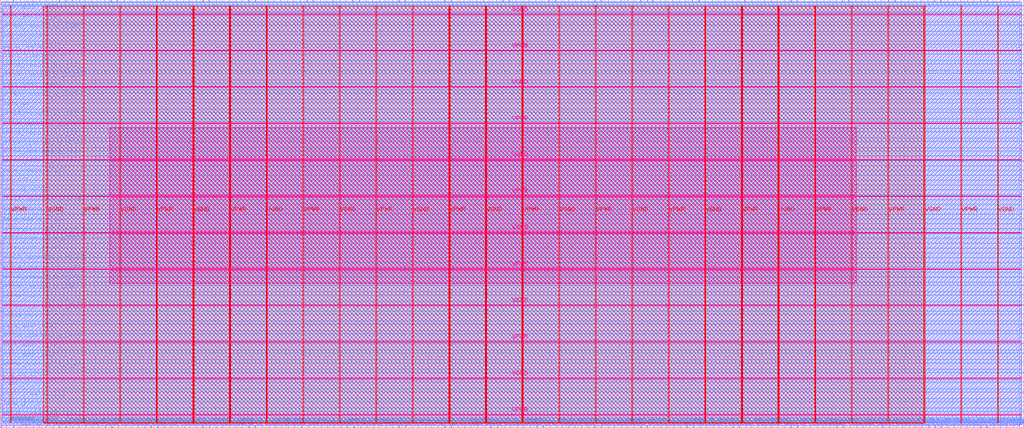
<source format=lef>
VERSION 5.7 ;
  NOWIREEXTENSIONATPIN ON ;
  DIVIDERCHAR "/" ;
  BUSBITCHARS "[]" ;
MACRO user_proj_example
  CLASS BLOCK ;
  FOREIGN user_proj_example ;
  ORIGIN 0.000 0.000 ;
  SIZE 2150.000 BY 900.000 ;
  PIN boot_addr_i[0]
    DIRECTION INPUT ;
    USE SIGNAL ;
    PORT
      LAYER met2 ;
        RECT 1879.190 896.000 1879.470 900.000 ;
    END
  END boot_addr_i[0]
  PIN boot_addr_i[10]
    DIRECTION INPUT ;
    USE SIGNAL ;
    PORT
      LAYER met2 ;
        RECT 933.890 896.000 934.170 900.000 ;
    END
  END boot_addr_i[10]
  PIN boot_addr_i[11]
    DIRECTION INPUT ;
    USE SIGNAL ;
    PORT
      LAYER met2 ;
        RECT 2017.190 0.000 2017.470 4.000 ;
    END
  END boot_addr_i[11]
  PIN boot_addr_i[12]
    DIRECTION INPUT ;
    USE SIGNAL ;
    PORT
      LAYER met2 ;
        RECT 616.490 896.000 616.770 900.000 ;
    END
  END boot_addr_i[12]
  PIN boot_addr_i[13]
    DIRECTION INPUT ;
    USE SIGNAL ;
    PORT
      LAYER met2 ;
        RECT 906.290 896.000 906.570 900.000 ;
    END
  END boot_addr_i[13]
  PIN boot_addr_i[14]
    DIRECTION INPUT ;
    USE SIGNAL ;
    PORT
      LAYER met3 ;
        RECT 2146.000 258.440 2150.000 259.040 ;
    END
  END boot_addr_i[14]
  PIN boot_addr_i[15]
    DIRECTION INPUT ;
    USE SIGNAL ;
    PORT
      LAYER met3 ;
        RECT 0.000 142.840 4.000 143.440 ;
    END
  END boot_addr_i[15]
  PIN boot_addr_i[16]
    DIRECTION INPUT ;
    USE SIGNAL ;
    PORT
      LAYER met2 ;
        RECT 124.290 0.000 124.570 4.000 ;
    END
  END boot_addr_i[16]
  PIN boot_addr_i[17]
    DIRECTION INPUT ;
    USE SIGNAL ;
    PORT
      LAYER met2 ;
        RECT 1771.090 0.000 1771.370 4.000 ;
    END
  END boot_addr_i[17]
  PIN boot_addr_i[18]
    DIRECTION INPUT ;
    USE SIGNAL ;
    PORT
      LAYER met2 ;
        RECT 1400.790 0.000 1401.070 4.000 ;
    END
  END boot_addr_i[18]
  PIN boot_addr_i[19]
    DIRECTION INPUT ;
    USE SIGNAL ;
    PORT
      LAYER met3 ;
        RECT 0.000 163.240 4.000 163.840 ;
    END
  END boot_addr_i[19]
  PIN boot_addr_i[1]
    DIRECTION INPUT ;
    USE SIGNAL ;
    PORT
      LAYER met3 ;
        RECT 2146.000 438.640 2150.000 439.240 ;
    END
  END boot_addr_i[1]
  PIN boot_addr_i[20]
    DIRECTION INPUT ;
    USE SIGNAL ;
    PORT
      LAYER met3 ;
        RECT 2146.000 765.040 2150.000 765.640 ;
    END
  END boot_addr_i[20]
  PIN boot_addr_i[21]
    DIRECTION INPUT ;
    USE SIGNAL ;
    PORT
      LAYER met2 ;
        RECT 1538.790 0.000 1539.070 4.000 ;
    END
  END boot_addr_i[21]
  PIN boot_addr_i[22]
    DIRECTION INPUT ;
    USE SIGNAL ;
    PORT
      LAYER met2 ;
        RECT 1577.890 896.000 1578.170 900.000 ;
    END
  END boot_addr_i[22]
  PIN boot_addr_i[23]
    DIRECTION INPUT ;
    USE SIGNAL ;
    PORT
      LAYER met3 ;
        RECT 0.000 367.240 4.000 367.840 ;
    END
  END boot_addr_i[23]
  PIN boot_addr_i[24]
    DIRECTION INPUT ;
    USE SIGNAL ;
    PORT
      LAYER met2 ;
        RECT 1591.690 0.000 1591.970 4.000 ;
    END
  END boot_addr_i[24]
  PIN boot_addr_i[25]
    DIRECTION INPUT ;
    USE SIGNAL ;
    PORT
      LAYER met3 ;
        RECT 0.000 710.640 4.000 711.240 ;
    END
  END boot_addr_i[25]
  PIN boot_addr_i[26]
    DIRECTION INPUT ;
    USE SIGNAL ;
    PORT
      LAYER met2 ;
        RECT 151.890 0.000 152.170 4.000 ;
    END
  END boot_addr_i[26]
  PIN boot_addr_i[27]
    DIRECTION INPUT ;
    USE SIGNAL ;
    PORT
      LAYER met3 ;
        RECT 0.000 873.840 4.000 874.440 ;
    END
  END boot_addr_i[27]
  PIN boot_addr_i[28]
    DIRECTION INPUT ;
    USE SIGNAL ;
    PORT
      LAYER met2 ;
        RECT 1152.390 896.000 1152.670 900.000 ;
    END
  END boot_addr_i[28]
  PIN boot_addr_i[29]
    DIRECTION INPUT ;
    USE SIGNAL ;
    PORT
      LAYER met2 ;
        RECT 328.990 896.000 329.270 900.000 ;
    END
  END boot_addr_i[29]
  PIN boot_addr_i[2]
    DIRECTION INPUT ;
    USE SIGNAL ;
    PORT
      LAYER met2 ;
        RECT 657.890 896.000 658.170 900.000 ;
    END
  END boot_addr_i[2]
  PIN boot_addr_i[30]
    DIRECTION INPUT ;
    USE SIGNAL ;
    PORT
      LAYER met2 ;
        RECT 1646.890 0.000 1647.170 4.000 ;
    END
  END boot_addr_i[30]
  PIN boot_addr_i[31]
    DIRECTION INPUT ;
    USE SIGNAL ;
    PORT
      LAYER met2 ;
        RECT 386.490 0.000 386.770 4.000 ;
    END
  END boot_addr_i[31]
  PIN boot_addr_i[3]
    DIRECTION INPUT ;
    USE SIGNAL ;
    PORT
      LAYER met2 ;
        RECT 742.990 0.000 743.270 4.000 ;
    END
  END boot_addr_i[3]
  PIN boot_addr_i[4]
    DIRECTION INPUT ;
    USE SIGNAL ;
    PORT
      LAYER met2 ;
        RECT 1235.190 0.000 1235.470 4.000 ;
    END
  END boot_addr_i[4]
  PIN boot_addr_i[5]
    DIRECTION INPUT ;
    USE SIGNAL ;
    PORT
      LAYER met2 ;
        RECT 41.490 896.000 41.770 900.000 ;
    END
  END boot_addr_i[5]
  PIN boot_addr_i[6]
    DIRECTION INPUT ;
    USE SIGNAL ;
    PORT
      LAYER met2 ;
        RECT 1384.690 896.000 1384.970 900.000 ;
    END
  END boot_addr_i[6]
  PIN boot_addr_i[7]
    DIRECTION INPUT ;
    USE SIGNAL ;
    PORT
      LAYER met3 ;
        RECT 2146.000 299.240 2150.000 299.840 ;
    END
  END boot_addr_i[7]
  PIN boot_addr_i[8]
    DIRECTION INPUT ;
    USE SIGNAL ;
    PORT
      LAYER met2 ;
        RECT 411.790 0.000 412.070 4.000 ;
    END
  END boot_addr_i[8]
  PIN boot_addr_i[9]
    DIRECTION INPUT ;
    USE SIGNAL ;
    PORT
      LAYER met2 ;
        RECT 356.590 896.000 356.870 900.000 ;
    END
  END boot_addr_i[9]
  PIN clk_i
    DIRECTION INPUT ;
    USE SIGNAL ;
    PORT
      LAYER met2 ;
        RECT 892.490 896.000 892.770 900.000 ;
    END
  END clk_i
  PIN cluster_id_i[0]
    DIRECTION INPUT ;
    USE SIGNAL ;
    PORT
      LAYER met3 ;
        RECT 2146.000 197.240 2150.000 197.840 ;
    END
  END cluster_id_i[0]
  PIN cluster_id_i[1]
    DIRECTION INPUT ;
    USE SIGNAL ;
    PORT
      LAYER met2 ;
        RECT 1934.390 896.000 1934.670 900.000 ;
    END
  END cluster_id_i[1]
  PIN cluster_id_i[2]
    DIRECTION INPUT ;
    USE SIGNAL ;
    PORT
      LAYER met2 ;
        RECT 2072.390 0.000 2072.670 4.000 ;
    END
  END cluster_id_i[2]
  PIN cluster_id_i[3]
    DIRECTION INPUT ;
    USE SIGNAL ;
    PORT
      LAYER met2 ;
        RECT 549.790 896.000 550.070 900.000 ;
    END
  END cluster_id_i[3]
  PIN cluster_id_i[4]
    DIRECTION INPUT ;
    USE SIGNAL ;
    PORT
      LAYER met2 ;
        RECT 1262.790 896.000 1263.070 900.000 ;
    END
  END cluster_id_i[4]
  PIN cluster_id_i[5]
    DIRECTION INPUT ;
    USE SIGNAL ;
    PORT
      LAYER met2 ;
        RECT 259.990 896.000 260.270 900.000 ;
    END
  END cluster_id_i[5]
  PIN core_id_i[0]
    DIRECTION INPUT ;
    USE SIGNAL ;
    PORT
      LAYER met3 ;
        RECT 2146.000 703.840 2150.000 704.440 ;
    END
  END core_id_i[0]
  PIN core_id_i[1]
    DIRECTION INPUT ;
    USE SIGNAL ;
    PORT
      LAYER met2 ;
        RECT 933.890 0.000 934.170 4.000 ;
    END
  END core_id_i[1]
  PIN core_id_i[2]
    DIRECTION INPUT ;
    USE SIGNAL ;
    PORT
      LAYER met2 ;
        RECT 1469.790 0.000 1470.070 4.000 ;
    END
  END core_id_i[2]
  PIN core_id_i[3]
    DIRECTION INPUT ;
    USE SIGNAL ;
    PORT
      LAYER met3 ;
        RECT 0.000 81.640 4.000 82.240 ;
    END
  END core_id_i[3]
  PIN data_addr_o[0]
    DIRECTION OUTPUT TRISTATE ;
    USE SIGNAL ;
    PORT
      LAYER met3 ;
        RECT 0.000 204.040 4.000 204.640 ;
    END
  END data_addr_o[0]
  PIN data_addr_o[10]
    DIRECTION OUTPUT TRISTATE ;
    USE SIGNAL ;
    PORT
      LAYER met2 ;
        RECT 1179.990 896.000 1180.270 900.000 ;
    END
  END data_addr_o[10]
  PIN data_addr_o[11]
    DIRECTION OUTPUT TRISTATE ;
    USE SIGNAL ;
    PORT
      LAYER met2 ;
        RECT 1754.990 896.000 1755.270 900.000 ;
    END
  END data_addr_o[11]
  PIN data_addr_o[12]
    DIRECTION OUTPUT TRISTATE ;
    USE SIGNAL ;
    PORT
      LAYER met2 ;
        RECT 1467.490 896.000 1467.770 900.000 ;
    END
  END data_addr_o[12]
  PIN data_addr_o[13]
    DIRECTION OUTPUT TRISTATE ;
    USE SIGNAL ;
    PORT
      LAYER met2 ;
        RECT 248.490 0.000 248.770 4.000 ;
    END
  END data_addr_o[13]
  PIN data_addr_o[14]
    DIRECTION OUTPUT TRISTATE ;
    USE SIGNAL ;
    PORT
      LAYER met2 ;
        RECT 701.590 0.000 701.870 4.000 ;
    END
  END data_addr_o[14]
  PIN data_addr_o[15]
    DIRECTION OUTPUT TRISTATE ;
    USE SIGNAL ;
    PORT
      LAYER met2 ;
        RECT 754.490 896.000 754.770 900.000 ;
    END
  END data_addr_o[15]
  PIN data_addr_o[16]
    DIRECTION OUTPUT TRISTATE ;
    USE SIGNAL ;
    PORT
      LAYER met2 ;
        RECT 1154.690 0.000 1154.970 4.000 ;
    END
  END data_addr_o[16]
  PIN data_addr_o[17]
    DIRECTION OUTPUT TRISTATE ;
    USE SIGNAL ;
    PORT
      LAYER met2 ;
        RECT 96.690 896.000 96.970 900.000 ;
    END
  END data_addr_o[17]
  PIN data_addr_o[18]
    DIRECTION OUTPUT TRISTATE ;
    USE SIGNAL ;
    PORT
      LAYER met3 ;
        RECT 2146.000 887.440 2150.000 888.040 ;
    END
  END data_addr_o[18]
  PIN data_addr_o[19]
    DIRECTION OUTPUT TRISTATE ;
    USE SIGNAL ;
    PORT
      LAYER met3 ;
        RECT 2146.000 805.840 2150.000 806.440 ;
    END
  END data_addr_o[19]
  PIN data_addr_o[1]
    DIRECTION OUTPUT TRISTATE ;
    USE SIGNAL ;
    PORT
      LAYER met2 ;
        RECT 2030.990 0.000 2031.270 4.000 ;
    END
  END data_addr_o[1]
  PIN data_addr_o[20]
    DIRECTION OUTPUT TRISTATE ;
    USE SIGNAL ;
    PORT
      LAYER met2 ;
        RECT 1964.290 0.000 1964.570 4.000 ;
    END
  END data_addr_o[20]
  PIN data_addr_o[21]
    DIRECTION OUTPUT TRISTATE ;
    USE SIGNAL ;
    PORT
      LAYER met2 ;
        RECT 986.790 896.000 987.070 900.000 ;
    END
  END data_addr_o[21]
  PIN data_addr_o[22]
    DIRECTION OUTPUT TRISTATE ;
    USE SIGNAL ;
    PORT
      LAYER met3 ;
        RECT 2146.000 581.440 2150.000 582.040 ;
    END
  END data_addr_o[22]
  PIN data_addr_o[23]
    DIRECTION OUTPUT TRISTATE ;
    USE SIGNAL ;
    PORT
      LAYER met2 ;
        RECT 851.090 896.000 851.370 900.000 ;
    END
  END data_addr_o[23]
  PIN data_addr_o[24]
    DIRECTION OUTPUT TRISTATE ;
    USE SIGNAL ;
    PORT
      LAYER met2 ;
        RECT 1784.890 0.000 1785.170 4.000 ;
    END
  END data_addr_o[24]
  PIN data_addr_o[25]
    DIRECTION OUTPUT TRISTATE ;
    USE SIGNAL ;
    PORT
      LAYER met2 ;
        RECT 795.890 0.000 796.170 4.000 ;
    END
  END data_addr_o[25]
  PIN data_addr_o[26]
    DIRECTION OUTPUT TRISTATE ;
    USE SIGNAL ;
    PORT
      LAYER met2 ;
        RECT 1729.690 0.000 1729.970 4.000 ;
    END
  END data_addr_o[26]
  PIN data_addr_o[27]
    DIRECTION OUTPUT TRISTATE ;
    USE SIGNAL ;
    PORT
      LAYER met2 ;
        RECT 2017.190 896.000 2017.470 900.000 ;
    END
  END data_addr_o[27]
  PIN data_addr_o[28]
    DIRECTION OUTPUT TRISTATE ;
    USE SIGNAL ;
    PORT
      LAYER met2 ;
        RECT 508.390 0.000 508.670 4.000 ;
    END
  END data_addr_o[28]
  PIN data_addr_o[29]
    DIRECTION OUTPUT TRISTATE ;
    USE SIGNAL ;
    PORT
      LAYER met2 ;
        RECT 1414.590 0.000 1414.870 4.000 ;
    END
  END data_addr_o[29]
  PIN data_addr_o[2]
    DIRECTION OUTPUT TRISTATE ;
    USE SIGNAL ;
    PORT
      LAYER met2 ;
        RECT 370.390 896.000 370.670 900.000 ;
    END
  END data_addr_o[2]
  PIN data_addr_o[30]
    DIRECTION OUTPUT TRISTATE ;
    USE SIGNAL ;
    PORT
      LAYER met2 ;
        RECT 726.890 896.000 727.170 900.000 ;
    END
  END data_addr_o[30]
  PIN data_addr_o[31]
    DIRECTION OUTPUT TRISTATE ;
    USE SIGNAL ;
    PORT
      LAYER met2 ;
        RECT 1552.590 0.000 1552.870 4.000 ;
    END
  END data_addr_o[31]
  PIN data_addr_o[3]
    DIRECTION OUTPUT TRISTATE ;
    USE SIGNAL ;
    PORT
      LAYER met3 ;
        RECT 2146.000 377.440 2150.000 378.040 ;
    END
  END data_addr_o[3]
  PIN data_addr_o[4]
    DIRECTION OUTPUT TRISTATE ;
    USE SIGNAL ;
    PORT
      LAYER met3 ;
        RECT 2146.000 13.640 2150.000 14.240 ;
    END
  END data_addr_o[4]
  PIN data_addr_o[5]
    DIRECTION OUTPUT TRISTATE ;
    USE SIGNAL ;
    PORT
      LAYER met2 ;
        RECT 82.890 0.000 83.170 4.000 ;
    END
  END data_addr_o[5]
  PIN data_addr_o[6]
    DIRECTION OUTPUT TRISTATE ;
    USE SIGNAL ;
    PORT
      LAYER met2 ;
        RECT 756.790 0.000 757.070 4.000 ;
    END
  END data_addr_o[6]
  PIN data_addr_o[7]
    DIRECTION OUTPUT TRISTATE ;
    USE SIGNAL ;
    PORT
      LAYER met2 ;
        RECT 1290.390 896.000 1290.670 900.000 ;
    END
  END data_addr_o[7]
  PIN data_addr_o[8]
    DIRECTION OUTPUT TRISTATE ;
    USE SIGNAL ;
    PORT
      LAYER met2 ;
        RECT 204.790 896.000 205.070 900.000 ;
    END
  END data_addr_o[8]
  PIN data_addr_o[9]
    DIRECTION OUTPUT TRISTATE ;
    USE SIGNAL ;
    PORT
      LAYER met2 ;
        RECT 1906.790 896.000 1907.070 900.000 ;
    END
  END data_addr_o[9]
  PIN data_be_o[0]
    DIRECTION OUTPUT TRISTATE ;
    USE SIGNAL ;
    PORT
      LAYER met2 ;
        RECT 549.790 0.000 550.070 4.000 ;
    END
  END data_be_o[0]
  PIN data_be_o[1]
    DIRECTION OUTPUT TRISTATE ;
    USE SIGNAL ;
    PORT
      LAYER met2 ;
        RECT 315.190 896.000 315.470 900.000 ;
    END
  END data_be_o[1]
  PIN data_be_o[2]
    DIRECTION OUTPUT TRISTATE ;
    USE SIGNAL ;
    PORT
      LAYER met2 ;
        RECT 1646.890 896.000 1647.170 900.000 ;
    END
  END data_be_o[2]
  PIN data_be_o[3]
    DIRECTION OUTPUT TRISTATE ;
    USE SIGNAL ;
    PORT
      LAYER met2 ;
        RECT 1909.090 0.000 1909.370 4.000 ;
    END
  END data_be_o[3]
  PIN data_err_i
    DIRECTION INPUT ;
    USE SIGNAL ;
    PORT
      LAYER met2 ;
        RECT 1235.190 896.000 1235.470 900.000 ;
    END
  END data_err_i
  PIN data_gnt_i
    DIRECTION INPUT ;
    USE SIGNAL ;
    PORT
      LAYER met3 ;
        RECT 0.000 40.840 4.000 41.440 ;
    END
  END data_gnt_i
  PIN data_rdata_i[0]
    DIRECTION INPUT ;
    USE SIGNAL ;
    PORT
      LAYER met2 ;
        RECT 41.490 0.000 41.770 4.000 ;
    END
  END data_rdata_i[0]
  PIN data_rdata_i[10]
    DIRECTION INPUT ;
    USE SIGNAL ;
    PORT
      LAYER met3 ;
        RECT 2146.000 176.840 2150.000 177.440 ;
    END
  END data_rdata_i[10]
  PIN data_rdata_i[11]
    DIRECTION INPUT ;
    USE SIGNAL ;
    PORT
      LAYER met2 ;
        RECT 2003.390 896.000 2003.670 900.000 ;
    END
  END data_rdata_i[11]
  PIN data_rdata_i[12]
    DIRECTION INPUT ;
    USE SIGNAL ;
    PORT
      LAYER met2 ;
        RECT 961.490 896.000 961.770 900.000 ;
    END
  END data_rdata_i[12]
  PIN data_rdata_i[13]
    DIRECTION INPUT ;
    USE SIGNAL ;
    PORT
      LAYER met2 ;
        RECT 1757.290 0.000 1757.570 4.000 ;
    END
  END data_rdata_i[13]
  PIN data_rdata_i[14]
    DIRECTION INPUT ;
    USE SIGNAL ;
    PORT
      LAYER met3 ;
        RECT 2146.000 34.040 2150.000 34.640 ;
    END
  END data_rdata_i[14]
  PIN data_rdata_i[15]
    DIRECTION INPUT ;
    USE SIGNAL ;
    PORT
      LAYER met2 ;
        RECT 1110.990 896.000 1111.270 900.000 ;
    END
  END data_rdata_i[15]
  PIN data_rdata_i[16]
    DIRECTION INPUT ;
    USE SIGNAL ;
    PORT
      LAYER met3 ;
        RECT 0.000 530.440 4.000 531.040 ;
    END
  END data_rdata_i[16]
  PIN data_rdata_i[17]
    DIRECTION INPUT ;
    USE SIGNAL ;
    PORT
      LAYER met2 ;
        RECT 1248.990 0.000 1249.270 4.000 ;
    END
  END data_rdata_i[17]
  PIN data_rdata_i[18]
    DIRECTION INPUT ;
    USE SIGNAL ;
    PORT
      LAYER met2 ;
        RECT 1426.090 896.000 1426.370 900.000 ;
    END
  END data_rdata_i[18]
  PIN data_rdata_i[19]
    DIRECTION INPUT ;
    USE SIGNAL ;
    PORT
      LAYER met2 ;
        RECT 535.990 0.000 536.270 4.000 ;
    END
  END data_rdata_i[19]
  PIN data_rdata_i[1]
    DIRECTION INPUT ;
    USE SIGNAL ;
    PORT
      LAYER met2 ;
        RECT 397.990 0.000 398.270 4.000 ;
    END
  END data_rdata_i[1]
  PIN data_rdata_i[20]
    DIRECTION INPUT ;
    USE SIGNAL ;
    PORT
      LAYER met2 ;
        RECT 2058.590 896.000 2058.870 900.000 ;
    END
  END data_rdata_i[20]
  PIN data_rdata_i[21]
    DIRECTION INPUT ;
    USE SIGNAL ;
    PORT
      LAYER met2 ;
        RECT 1591.690 896.000 1591.970 900.000 ;
    END
  END data_rdata_i[21]
  PIN data_rdata_i[22]
    DIRECTION INPUT ;
    USE SIGNAL ;
    PORT
      LAYER met2 ;
        RECT 1058.090 0.000 1058.370 4.000 ;
    END
  END data_rdata_i[22]
  PIN data_rdata_i[23]
    DIRECTION INPUT ;
    USE SIGNAL ;
    PORT
      LAYER met2 ;
        RECT 82.890 896.000 83.170 900.000 ;
    END
  END data_rdata_i[23]
  PIN data_rdata_i[24]
    DIRECTION INPUT ;
    USE SIGNAL ;
    PORT
      LAYER met3 ;
        RECT 0.000 448.840 4.000 449.440 ;
    END
  END data_rdata_i[24]
  PIN data_rdata_i[25]
    DIRECTION INPUT ;
    USE SIGNAL ;
    PORT
      LAYER met3 ;
        RECT 2146.000 663.040 2150.000 663.640 ;
    END
  END data_rdata_i[25]
  PIN data_rdata_i[26]
    DIRECTION INPUT ;
    USE SIGNAL ;
    PORT
      LAYER met2 ;
        RECT 1083.390 896.000 1083.670 900.000 ;
    END
  END data_rdata_i[26]
  PIN data_rdata_i[27]
    DIRECTION INPUT ;
    USE SIGNAL ;
    PORT
      LAYER met3 ;
        RECT 2146.000 136.040 2150.000 136.640 ;
    END
  END data_rdata_i[27]
  PIN data_rdata_i[28]
    DIRECTION INPUT ;
    USE SIGNAL ;
    PORT
      LAYER met2 ;
        RECT 920.090 0.000 920.370 4.000 ;
    END
  END data_rdata_i[28]
  PIN data_rdata_i[29]
    DIRECTION INPUT ;
    USE SIGNAL ;
    PORT
      LAYER met2 ;
        RECT 1633.090 896.000 1633.370 900.000 ;
    END
  END data_rdata_i[29]
  PIN data_rdata_i[2]
    DIRECTION INPUT ;
    USE SIGNAL ;
    PORT
      LAYER met2 ;
        RECT 1633.090 0.000 1633.370 4.000 ;
    END
  END data_rdata_i[2]
  PIN data_rdata_i[30]
    DIRECTION INPUT ;
    USE SIGNAL ;
    PORT
      LAYER met2 ;
        RECT 823.490 0.000 823.770 4.000 ;
    END
  END data_rdata_i[30]
  PIN data_rdata_i[31]
    DIRECTION INPUT ;
    USE SIGNAL ;
    PORT
      LAYER met2 ;
        RECT 273.790 896.000 274.070 900.000 ;
    END
  END data_rdata_i[31]
  PIN data_rdata_i[3]
    DIRECTION INPUT ;
    USE SIGNAL ;
    PORT
      LAYER met3 ;
        RECT 0.000 792.240 4.000 792.840 ;
    END
  END data_rdata_i[3]
  PIN data_rdata_i[4]
    DIRECTION INPUT ;
    USE SIGNAL ;
    PORT
      LAYER met2 ;
        RECT 1290.390 0.000 1290.670 4.000 ;
    END
  END data_rdata_i[4]
  PIN data_rdata_i[5]
    DIRECTION INPUT ;
    USE SIGNAL ;
    PORT
      LAYER met2 ;
        RECT 1221.390 896.000 1221.670 900.000 ;
    END
  END data_rdata_i[5]
  PIN data_rdata_i[6]
    DIRECTION INPUT ;
    USE SIGNAL ;
    PORT
      LAYER met2 ;
        RECT 384.190 896.000 384.470 900.000 ;
    END
  END data_rdata_i[6]
  PIN data_rdata_i[7]
    DIRECTION INPUT ;
    USE SIGNAL ;
    PORT
      LAYER met2 ;
        RECT 1524.990 0.000 1525.270 4.000 ;
    END
  END data_rdata_i[7]
  PIN data_rdata_i[8]
    DIRECTION INPUT ;
    USE SIGNAL ;
    PORT
      LAYER met2 ;
        RECT 218.590 896.000 218.870 900.000 ;
    END
  END data_rdata_i[8]
  PIN data_rdata_i[9]
    DIRECTION INPUT ;
    USE SIGNAL ;
    PORT
      LAYER met2 ;
        RECT 602.690 896.000 602.970 900.000 ;
    END
  END data_rdata_i[9]
  PIN data_req_o
    DIRECTION OUTPUT TRISTATE ;
    USE SIGNAL ;
    PORT
      LAYER met2 ;
        RECT 1950.490 0.000 1950.770 4.000 ;
    END
  END data_req_o
  PIN data_rvalid_i
    DIRECTION INPUT ;
    USE SIGNAL ;
    PORT
      LAYER met2 ;
        RECT 2044.790 896.000 2045.070 900.000 ;
    END
  END data_rvalid_i
  PIN data_wdata_o[0]
    DIRECTION OUTPUT TRISTATE ;
    USE SIGNAL ;
    PORT
      LAYER met2 ;
        RECT 1262.790 0.000 1263.070 4.000 ;
    END
  END data_wdata_o[0]
  PIN data_wdata_o[10]
    DIRECTION OUTPUT TRISTATE ;
    USE SIGNAL ;
    PORT
      LAYER met2 ;
        RECT 207.090 0.000 207.370 4.000 ;
    END
  END data_wdata_o[10]
  PIN data_wdata_o[11]
    DIRECTION OUTPUT TRISTATE ;
    USE SIGNAL ;
    PORT
      LAYER met3 ;
        RECT 0.000 428.440 4.000 429.040 ;
    END
  END data_wdata_o[11]
  PIN data_wdata_o[12]
    DIRECTION OUTPUT TRISTATE ;
    USE SIGNAL ;
    PORT
      LAYER met2 ;
        RECT 1069.590 896.000 1069.870 900.000 ;
    END
  END data_wdata_o[12]
  PIN data_wdata_o[13]
    DIRECTION OUTPUT TRISTATE ;
    USE SIGNAL ;
    PORT
      LAYER met3 ;
        RECT 2146.000 846.640 2150.000 847.240 ;
    END
  END data_wdata_o[13]
  PIN data_wdata_o[14]
    DIRECTION OUTPUT TRISTATE ;
    USE SIGNAL ;
    PORT
      LAYER met2 ;
        RECT 1729.690 896.000 1729.970 900.000 ;
    END
  END data_wdata_o[14]
  PIN data_wdata_o[15]
    DIRECTION OUTPUT TRISTATE ;
    USE SIGNAL ;
    PORT
      LAYER met2 ;
        RECT 782.090 896.000 782.370 900.000 ;
    END
  END data_wdata_o[15]
  PIN data_wdata_o[16]
    DIRECTION OUTPUT TRISTATE ;
    USE SIGNAL ;
    PORT
      LAYER met2 ;
        RECT 1127.090 0.000 1127.370 4.000 ;
    END
  END data_wdata_o[16]
  PIN data_wdata_o[17]
    DIRECTION OUTPUT TRISTATE ;
    USE SIGNAL ;
    PORT
      LAYER met2 ;
        RECT 1113.290 0.000 1113.570 4.000 ;
    END
  END data_wdata_o[17]
  PIN data_wdata_o[18]
    DIRECTION OUTPUT TRISTATE ;
    USE SIGNAL ;
    PORT
      LAYER met2 ;
        RECT 301.390 896.000 301.670 900.000 ;
    END
  END data_wdata_o[18]
  PIN data_wdata_o[19]
    DIRECTION OUTPUT TRISTATE ;
    USE SIGNAL ;
    PORT
      LAYER met3 ;
        RECT 2146.000 115.640 2150.000 116.240 ;
    END
  END data_wdata_o[19]
  PIN data_wdata_o[1]
    DIRECTION OUTPUT TRISTATE ;
    USE SIGNAL ;
    PORT
      LAYER met2 ;
        RECT 1566.390 0.000 1566.670 4.000 ;
    END
  END data_wdata_o[1]
  PIN data_wdata_o[20]
    DIRECTION OUTPUT TRISTATE ;
    USE SIGNAL ;
    PORT
      LAYER met2 ;
        RECT 1826.290 0.000 1826.570 4.000 ;
    END
  END data_wdata_o[20]
  PIN data_wdata_o[21]
    DIRECTION OUTPUT TRISTATE ;
    USE SIGNAL ;
    PORT
      LAYER met2 ;
        RECT 1853.890 0.000 1854.170 4.000 ;
    END
  END data_wdata_o[21]
  PIN data_wdata_o[22]
    DIRECTION OUTPUT TRISTATE ;
    USE SIGNAL ;
    PORT
      LAYER met2 ;
        RECT 1248.990 896.000 1249.270 900.000 ;
    END
  END data_wdata_o[22]
  PIN data_wdata_o[23]
    DIRECTION OUTPUT TRISTATE ;
    USE SIGNAL ;
    PORT
      LAYER met2 ;
        RECT 1782.590 896.000 1782.870 900.000 ;
    END
  END data_wdata_o[23]
  PIN data_wdata_o[24]
    DIRECTION OUTPUT TRISTATE ;
    USE SIGNAL ;
    PORT
      LAYER met2 ;
        RECT 1030.490 0.000 1030.770 4.000 ;
    END
  END data_wdata_o[24]
  PIN data_wdata_o[25]
    DIRECTION OUTPUT TRISTATE ;
    USE SIGNAL ;
    PORT
      LAYER met2 ;
        RECT 1207.590 0.000 1207.870 4.000 ;
    END
  END data_wdata_o[25]
  PIN data_wdata_o[26]
    DIRECTION OUTPUT TRISTATE ;
    USE SIGNAL ;
    PORT
      LAYER met2 ;
        RECT 1508.890 896.000 1509.170 900.000 ;
    END
  END data_wdata_o[26]
  PIN data_wdata_o[27]
    DIRECTION OUTPUT TRISTATE ;
    USE SIGNAL ;
    PORT
      LAYER met2 ;
        RECT 892.490 0.000 892.770 4.000 ;
    END
  END data_wdata_o[27]
  PIN data_wdata_o[28]
    DIRECTION OUTPUT TRISTATE ;
    USE SIGNAL ;
    PORT
      LAYER met2 ;
        RECT 837.290 0.000 837.570 4.000 ;
    END
  END data_wdata_o[28]
  PIN data_wdata_o[29]
    DIRECTION OUTPUT TRISTATE ;
    USE SIGNAL ;
    PORT
      LAYER met2 ;
        RECT 453.190 896.000 453.470 900.000 ;
    END
  END data_wdata_o[29]
  PIN data_wdata_o[2]
    DIRECTION OUTPUT TRISTATE ;
    USE SIGNAL ;
    PORT
      LAYER met3 ;
        RECT 0.000 853.440 4.000 854.040 ;
    END
  END data_wdata_o[2]
  PIN data_wdata_o[30]
    DIRECTION OUTPUT TRISTATE ;
    USE SIGNAL ;
    PORT
      LAYER met2 ;
        RECT 397.990 896.000 398.270 900.000 ;
    END
  END data_wdata_o[30]
  PIN data_wdata_o[31]
    DIRECTION OUTPUT TRISTATE ;
    USE SIGNAL ;
    PORT
      LAYER met3 ;
        RECT 2146.000 217.640 2150.000 218.240 ;
    END
  END data_wdata_o[31]
  PIN data_wdata_o[3]
    DIRECTION OUTPUT TRISTATE ;
    USE SIGNAL ;
    PORT
      LAYER met2 ;
        RECT 232.390 896.000 232.670 900.000 ;
    END
  END data_wdata_o[3]
  PIN data_wdata_o[4]
    DIRECTION OUTPUT TRISTATE ;
    USE SIGNAL ;
    PORT
      LAYER met3 ;
        RECT 2146.000 316.240 2150.000 316.840 ;
    END
  END data_wdata_o[4]
  PIN data_wdata_o[5]
    DIRECTION OUTPUT TRISTATE ;
    USE SIGNAL ;
    PORT
      LAYER met2 ;
        RECT 1317.990 896.000 1318.270 900.000 ;
    END
  END data_wdata_o[5]
  PIN data_wdata_o[6]
    DIRECTION OUTPUT TRISTATE ;
    USE SIGNAL ;
    PORT
      LAYER met2 ;
        RECT 563.590 0.000 563.870 4.000 ;
    END
  END data_wdata_o[6]
  PIN data_wdata_o[7]
    DIRECTION OUTPUT TRISTATE ;
    USE SIGNAL ;
    PORT
      LAYER met3 ;
        RECT 2146.000 278.840 2150.000 279.440 ;
    END
  END data_wdata_o[7]
  PIN data_wdata_o[8]
    DIRECTION OUTPUT TRISTATE ;
    USE SIGNAL ;
    PORT
      LAYER met3 ;
        RECT 2146.000 479.440 2150.000 480.040 ;
    END
  END data_wdata_o[8]
  PIN data_wdata_o[9]
    DIRECTION OUTPUT TRISTATE ;
    USE SIGNAL ;
    PORT
      LAYER met2 ;
        RECT 1851.590 896.000 1851.870 900.000 ;
    END
  END data_wdata_o[9]
  PIN data_we_o
    DIRECTION OUTPUT TRISTATE ;
    USE SIGNAL ;
    PORT
      LAYER met3 ;
        RECT 0.000 669.840 4.000 670.440 ;
    END
  END data_we_o
  PIN debug_req_i
    DIRECTION INPUT ;
    USE SIGNAL ;
    PORT
      LAYER met2 ;
        RECT 1577.890 0.000 1578.170 4.000 ;
    END
  END debug_req_i
  PIN eFPGA_delay_o[0]
    DIRECTION OUTPUT TRISTATE ;
    USE SIGNAL ;
    PORT
      LAYER met2 ;
        RECT 1674.490 0.000 1674.770 4.000 ;
    END
  END eFPGA_delay_o[0]
  PIN eFPGA_delay_o[1]
    DIRECTION OUTPUT TRISTATE ;
    USE SIGNAL ;
    PORT
      LAYER met2 ;
        RECT 345.090 0.000 345.370 4.000 ;
    END
  END eFPGA_delay_o[1]
  PIN eFPGA_delay_o[2]
    DIRECTION OUTPUT TRISTATE ;
    USE SIGNAL ;
    PORT
      LAYER met2 ;
        RECT 947.690 896.000 947.970 900.000 ;
    END
  END eFPGA_delay_o[2]
  PIN eFPGA_delay_o[3]
    DIRECTION OUTPUT TRISTATE ;
    USE SIGNAL ;
    PORT
      LAYER met2 ;
        RECT 2044.790 0.000 2045.070 4.000 ;
    END
  END eFPGA_delay_o[3]
  PIN eFPGA_en_o
    DIRECTION OUTPUT TRISTATE ;
    USE SIGNAL ;
    PORT
      LAYER met2 ;
        RECT 604.990 0.000 605.270 4.000 ;
    END
  END eFPGA_en_o
  PIN eFPGA_fpga_done_i
    DIRECTION INPUT ;
    USE SIGNAL ;
    PORT
      LAYER met2 ;
        RECT 1743.490 0.000 1743.770 4.000 ;
    END
  END eFPGA_fpga_done_i
  PIN eFPGA_operand_a_o[0]
    DIRECTION OUTPUT TRISTATE ;
    USE SIGNAL ;
    PORT
      LAYER met2 ;
        RECT 1055.790 896.000 1056.070 900.000 ;
    END
  END eFPGA_operand_a_o[0]
  PIN eFPGA_operand_a_o[10]
    DIRECTION OUTPUT TRISTATE ;
    USE SIGNAL ;
    PORT
      LAYER met2 ;
        RECT 151.890 896.000 152.170 900.000 ;
    END
  END eFPGA_operand_a_o[10]
  PIN eFPGA_operand_a_o[11]
    DIRECTION OUTPUT TRISTATE ;
    USE SIGNAL ;
    PORT
      LAYER met2 ;
        RECT 1345.590 896.000 1345.870 900.000 ;
    END
  END eFPGA_operand_a_o[11]
  PIN eFPGA_operand_a_o[12]
    DIRECTION OUTPUT TRISTATE ;
    USE SIGNAL ;
    PORT
      LAYER met3 ;
        RECT 2146.000 336.640 2150.000 337.240 ;
    END
  END eFPGA_operand_a_o[12]
  PIN eFPGA_operand_a_o[13]
    DIRECTION OUTPUT TRISTATE ;
    USE SIGNAL ;
    PORT
      LAYER met2 ;
        RECT 2086.190 896.000 2086.470 900.000 ;
    END
  END eFPGA_operand_a_o[13]
  PIN eFPGA_operand_a_o[14]
    DIRECTION OUTPUT TRISTATE ;
    USE SIGNAL ;
    PORT
      LAYER met2 ;
        RECT 1892.990 896.000 1893.270 900.000 ;
    END
  END eFPGA_operand_a_o[14]
  PIN eFPGA_operand_a_o[15]
    DIRECTION OUTPUT TRISTATE ;
    USE SIGNAL ;
    PORT
      LAYER met2 ;
        RECT 1193.790 896.000 1194.070 900.000 ;
    END
  END eFPGA_operand_a_o[15]
  PIN eFPGA_operand_a_o[16]
    DIRECTION OUTPUT TRISTATE ;
    USE SIGNAL ;
    PORT
      LAYER met2 ;
        RECT 1442.190 0.000 1442.470 4.000 ;
    END
  END eFPGA_operand_a_o[16]
  PIN eFPGA_operand_a_o[17]
    DIRECTION OUTPUT TRISTATE ;
    USE SIGNAL ;
    PORT
      LAYER met2 ;
        RECT 13.890 0.000 14.170 4.000 ;
    END
  END eFPGA_operand_a_o[17]
  PIN eFPGA_operand_a_o[18]
    DIRECTION OUTPUT TRISTATE ;
    USE SIGNAL ;
    PORT
      LAYER met3 ;
        RECT 0.000 469.240 4.000 469.840 ;
    END
  END eFPGA_operand_a_o[18]
  PIN eFPGA_operand_a_o[19]
    DIRECTION OUTPUT TRISTATE ;
    USE SIGNAL ;
    PORT
      LAYER met2 ;
        RECT 1605.490 896.000 1605.770 900.000 ;
    END
  END eFPGA_operand_a_o[19]
  PIN eFPGA_operand_a_o[1]
    DIRECTION OUTPUT TRISTATE ;
    USE SIGNAL ;
    PORT
      LAYER met3 ;
        RECT 0.000 244.840 4.000 245.440 ;
    END
  END eFPGA_operand_a_o[1]
  PIN eFPGA_operand_a_o[20]
    DIRECTION OUTPUT TRISTATE ;
    USE SIGNAL ;
    PORT
      LAYER met2 ;
        RECT 591.190 0.000 591.470 4.000 ;
    END
  END eFPGA_operand_a_o[20]
  PIN eFPGA_operand_a_o[21]
    DIRECTION OUTPUT TRISTATE ;
    USE SIGNAL ;
    PORT
      LAYER met2 ;
        RECT 69.090 0.000 69.370 4.000 ;
    END
  END eFPGA_operand_a_o[21]
  PIN eFPGA_operand_a_o[22]
    DIRECTION OUTPUT TRISTATE ;
    USE SIGNAL ;
    PORT
      LAYER met3 ;
        RECT 0.000 894.240 4.000 894.840 ;
    END
  END eFPGA_operand_a_o[22]
  PIN eFPGA_operand_a_o[23]
    DIRECTION OUTPUT TRISTATE ;
    USE SIGNAL ;
    PORT
      LAYER met2 ;
        RECT 1016.690 0.000 1016.970 4.000 ;
    END
  END eFPGA_operand_a_o[23]
  PIN eFPGA_operand_a_o[24]
    DIRECTION OUTPUT TRISTATE ;
    USE SIGNAL ;
    PORT
      LAYER met2 ;
        RECT 2113.790 896.000 2114.070 900.000 ;
    END
  END eFPGA_operand_a_o[24]
  PIN eFPGA_operand_a_o[25]
    DIRECTION OUTPUT TRISTATE ;
    USE SIGNAL ;
    PORT
      LAYER met2 ;
        RECT 729.190 0.000 729.470 4.000 ;
    END
  END eFPGA_operand_a_o[25]
  PIN eFPGA_operand_a_o[26]
    DIRECTION OUTPUT TRISTATE ;
    USE SIGNAL ;
    PORT
      LAYER met3 ;
        RECT 0.000 122.440 4.000 123.040 ;
    END
  END eFPGA_operand_a_o[26]
  PIN eFPGA_operand_a_o[27]
    DIRECTION OUTPUT TRISTATE ;
    USE SIGNAL ;
    PORT
      LAYER met2 ;
        RECT 2127.590 896.000 2127.870 900.000 ;
    END
  END eFPGA_operand_a_o[27]
  PIN eFPGA_operand_a_o[28]
    DIRECTION OUTPUT TRISTATE ;
    USE SIGNAL ;
    PORT
      LAYER met2 ;
        RECT 920.090 896.000 920.370 900.000 ;
    END
  END eFPGA_operand_a_o[28]
  PIN eFPGA_operand_a_o[29]
    DIRECTION OUTPUT TRISTATE ;
    USE SIGNAL ;
    PORT
      LAYER met2 ;
        RECT 588.890 896.000 589.170 900.000 ;
    END
  END eFPGA_operand_a_o[29]
  PIN eFPGA_operand_a_o[2]
    DIRECTION OUTPUT TRISTATE ;
    USE SIGNAL ;
    PORT
      LAYER met2 ;
        RECT 303.690 0.000 303.970 4.000 ;
    END
  END eFPGA_operand_a_o[2]
  PIN eFPGA_operand_a_o[30]
    DIRECTION OUTPUT TRISTATE ;
    USE SIGNAL ;
    PORT
      LAYER met3 ;
        RECT 2146.000 724.240 2150.000 724.840 ;
    END
  END eFPGA_operand_a_o[30]
  PIN eFPGA_operand_a_o[31]
    DIRECTION OUTPUT TRISTATE ;
    USE SIGNAL ;
    PORT
      LAYER met2 ;
        RECT 1428.390 0.000 1428.670 4.000 ;
    END
  END eFPGA_operand_a_o[31]
  PIN eFPGA_operand_a_o[3]
    DIRECTION OUTPUT TRISTATE ;
    USE SIGNAL ;
    PORT
      LAYER met2 ;
        RECT 1702.090 0.000 1702.370 4.000 ;
    END
  END eFPGA_operand_a_o[3]
  PIN eFPGA_operand_a_o[4]
    DIRECTION OUTPUT TRISTATE ;
    USE SIGNAL ;
    PORT
      LAYER met3 ;
        RECT 0.000 588.240 4.000 588.840 ;
    END
  END eFPGA_operand_a_o[4]
  PIN eFPGA_operand_a_o[5]
    DIRECTION OUTPUT TRISTATE ;
    USE SIGNAL ;
    PORT
      LAYER met2 ;
        RECT 1564.090 896.000 1564.370 900.000 ;
    END
  END eFPGA_operand_a_o[5]
  PIN eFPGA_operand_a_o[6]
    DIRECTION OUTPUT TRISTATE ;
    USE SIGNAL ;
    PORT
      LAYER met3 ;
        RECT 0.000 629.040 4.000 629.640 ;
    END
  END eFPGA_operand_a_o[6]
  PIN eFPGA_operand_a_o[7]
    DIRECTION OUTPUT TRISTATE ;
    USE SIGNAL ;
    PORT
      LAYER met3 ;
        RECT 0.000 183.640 4.000 184.240 ;
    END
  END eFPGA_operand_a_o[7]
  PIN eFPGA_operand_a_o[8]
    DIRECTION OUTPUT TRISTATE ;
    USE SIGNAL ;
    PORT
      LAYER met2 ;
        RECT 1522.690 896.000 1522.970 900.000 ;
    END
  END eFPGA_operand_a_o[8]
  PIN eFPGA_operand_a_o[9]
    DIRECTION OUTPUT TRISTATE ;
    USE SIGNAL ;
    PORT
      LAYER met2 ;
        RECT 685.490 896.000 685.770 900.000 ;
    END
  END eFPGA_operand_a_o[9]
  PIN eFPGA_operand_b_o[0]
    DIRECTION OUTPUT TRISTATE ;
    USE SIGNAL ;
    PORT
      LAYER met2 ;
        RECT 1099.490 0.000 1099.770 4.000 ;
    END
  END eFPGA_operand_b_o[0]
  PIN eFPGA_operand_b_o[10]
    DIRECTION OUTPUT TRISTATE ;
    USE SIGNAL ;
    PORT
      LAYER met3 ;
        RECT 0.000 408.040 4.000 408.640 ;
    END
  END eFPGA_operand_b_o[10]
  PIN eFPGA_operand_b_o[11]
    DIRECTION OUTPUT TRISTATE ;
    USE SIGNAL ;
    PORT
      LAYER met2 ;
        RECT 2058.590 0.000 2058.870 4.000 ;
    END
  END eFPGA_operand_b_o[11]
  PIN eFPGA_operand_b_o[12]
    DIRECTION OUTPUT TRISTATE ;
    USE SIGNAL ;
    PORT
      LAYER met2 ;
        RECT 989.090 0.000 989.370 4.000 ;
    END
  END eFPGA_operand_b_o[12]
  PIN eFPGA_operand_b_o[13]
    DIRECTION OUTPUT TRISTATE ;
    USE SIGNAL ;
    PORT
      LAYER met2 ;
        RECT 1975.790 896.000 1976.070 900.000 ;
    END
  END eFPGA_operand_b_o[13]
  PIN eFPGA_operand_b_o[14]
    DIRECTION OUTPUT TRISTATE ;
    USE SIGNAL ;
    PORT
      LAYER met2 ;
        RECT 1168.490 0.000 1168.770 4.000 ;
    END
  END eFPGA_operand_b_o[14]
  PIN eFPGA_operand_b_o[15]
    DIRECTION OUTPUT TRISTATE ;
    USE SIGNAL ;
    PORT
      LAYER met2 ;
        RECT 809.690 896.000 809.970 900.000 ;
    END
  END eFPGA_operand_b_o[15]
  PIN eFPGA_operand_b_o[16]
    DIRECTION OUTPUT TRISTATE ;
    USE SIGNAL ;
    PORT
      LAYER met2 ;
        RECT 1715.890 896.000 1716.170 900.000 ;
    END
  END eFPGA_operand_b_o[16]
  PIN eFPGA_operand_b_o[17]
    DIRECTION OUTPUT TRISTATE ;
    USE SIGNAL ;
    PORT
      LAYER met2 ;
        RECT 2141.390 896.000 2141.670 900.000 ;
    END
  END eFPGA_operand_b_o[17]
  PIN eFPGA_operand_b_o[18]
    DIRECTION OUTPUT TRISTATE ;
    USE SIGNAL ;
    PORT
      LAYER met2 ;
        RECT 2.390 0.000 2.670 4.000 ;
    END
  END eFPGA_operand_b_o[18]
  PIN eFPGA_operand_b_o[19]
    DIRECTION OUTPUT TRISTATE ;
    USE SIGNAL ;
    PORT
      LAYER met2 ;
        RECT 671.690 896.000 671.970 900.000 ;
    END
  END eFPGA_operand_b_o[19]
  PIN eFPGA_operand_b_o[1]
    DIRECTION OUTPUT TRISTATE ;
    USE SIGNAL ;
    PORT
      LAYER met2 ;
        RECT 1660.690 896.000 1660.970 900.000 ;
    END
  END eFPGA_operand_b_o[1]
  PIN eFPGA_operand_b_o[20]
    DIRECTION OUTPUT TRISTATE ;
    USE SIGNAL ;
    PORT
      LAYER met2 ;
        RECT 27.690 896.000 27.970 900.000 ;
    END
  END eFPGA_operand_b_o[20]
  PIN eFPGA_operand_b_o[21]
    DIRECTION OUTPUT TRISTATE ;
    USE SIGNAL ;
    PORT
      LAYER met2 ;
        RECT 1948.190 896.000 1948.470 900.000 ;
    END
  END eFPGA_operand_b_o[21]
  PIN eFPGA_operand_b_o[22]
    DIRECTION OUTPUT TRISTATE ;
    USE SIGNAL ;
    PORT
      LAYER met3 ;
        RECT 0.000 326.440 4.000 327.040 ;
    END
  END eFPGA_operand_b_o[22]
  PIN eFPGA_operand_b_o[23]
    DIRECTION OUTPUT TRISTATE ;
    USE SIGNAL ;
    PORT
      LAYER met3 ;
        RECT 0.000 346.840 4.000 347.440 ;
    END
  END eFPGA_operand_b_o[23]
  PIN eFPGA_operand_b_o[24]
    DIRECTION OUTPUT TRISTATE ;
    USE SIGNAL ;
    PORT
      LAYER met2 ;
        RECT 439.390 896.000 439.670 900.000 ;
    END
  END eFPGA_operand_b_o[24]
  PIN eFPGA_operand_b_o[25]
    DIRECTION OUTPUT TRISTATE ;
    USE SIGNAL ;
    PORT
      LAYER met2 ;
        RECT 1865.390 896.000 1865.670 900.000 ;
    END
  END eFPGA_operand_b_o[25]
  PIN eFPGA_operand_b_o[26]
    DIRECTION OUTPUT TRISTATE ;
    USE SIGNAL ;
    PORT
      LAYER met2 ;
        RECT 138.090 896.000 138.370 900.000 ;
    END
  END eFPGA_operand_b_o[26]
  PIN eFPGA_operand_b_o[27]
    DIRECTION OUTPUT TRISTATE ;
    USE SIGNAL ;
    PORT
      LAYER met2 ;
        RECT 577.390 0.000 577.670 4.000 ;
    END
  END eFPGA_operand_b_o[27]
  PIN eFPGA_operand_b_o[28]
    DIRECTION OUTPUT TRISTATE ;
    USE SIGNAL ;
    PORT
      LAYER met2 ;
        RECT 1481.290 896.000 1481.570 900.000 ;
    END
  END eFPGA_operand_b_o[28]
  PIN eFPGA_operand_b_o[29]
    DIRECTION OUTPUT TRISTATE ;
    USE SIGNAL ;
    PORT
      LAYER met2 ;
        RECT 1936.690 0.000 1936.970 4.000 ;
    END
  END eFPGA_operand_b_o[29]
  PIN eFPGA_operand_b_o[2]
    DIRECTION OUTPUT TRISTATE ;
    USE SIGNAL ;
    PORT
      LAYER met3 ;
        RECT 0.000 571.240 4.000 571.840 ;
    END
  END eFPGA_operand_b_o[2]
  PIN eFPGA_operand_b_o[30]
    DIRECTION OUTPUT TRISTATE ;
    USE SIGNAL ;
    PORT
      LAYER met2 ;
        RECT 823.490 896.000 823.770 900.000 ;
    END
  END eFPGA_operand_b_o[30]
  PIN eFPGA_operand_b_o[31]
    DIRECTION OUTPUT TRISTATE ;
    USE SIGNAL ;
    PORT
      LAYER met2 ;
        RECT 878.690 0.000 878.970 4.000 ;
    END
  END eFPGA_operand_b_o[31]
  PIN eFPGA_operand_b_o[3]
    DIRECTION OUTPUT TRISTATE ;
    USE SIGNAL ;
    PORT
      LAYER met2 ;
        RECT 1373.190 0.000 1373.470 4.000 ;
    END
  END eFPGA_operand_b_o[3]
  PIN eFPGA_operand_b_o[4]
    DIRECTION OUTPUT TRISTATE ;
    USE SIGNAL ;
    PORT
      LAYER met2 ;
        RECT 795.890 896.000 796.170 900.000 ;
    END
  END eFPGA_operand_b_o[4]
  PIN eFPGA_operand_b_o[5]
    DIRECTION OUTPUT TRISTATE ;
    USE SIGNAL ;
    PORT
      LAYER met3 ;
        RECT 2146.000 744.640 2150.000 745.240 ;
    END
  END eFPGA_operand_b_o[5]
  PIN eFPGA_operand_b_o[6]
    DIRECTION OUTPUT TRISTATE ;
    USE SIGNAL ;
    PORT
      LAYER met2 ;
        RECT 961.490 0.000 961.770 4.000 ;
    END
  END eFPGA_operand_b_o[6]
  PIN eFPGA_operand_b_o[7]
    DIRECTION OUTPUT TRISTATE ;
    USE SIGNAL ;
    PORT
      LAYER met2 ;
        RECT 1207.590 896.000 1207.870 900.000 ;
    END
  END eFPGA_operand_b_o[7]
  PIN eFPGA_operand_b_o[8]
    DIRECTION OUTPUT TRISTATE ;
    USE SIGNAL ;
    PORT
      LAYER met2 ;
        RECT 1041.990 896.000 1042.270 900.000 ;
    END
  END eFPGA_operand_b_o[8]
  PIN eFPGA_operand_b_o[9]
    DIRECTION OUTPUT TRISTATE ;
    USE SIGNAL ;
    PORT
      LAYER met2 ;
        RECT 1439.890 896.000 1440.170 900.000 ;
    END
  END eFPGA_operand_b_o[9]
  PIN eFPGA_operator_o[0]
    DIRECTION OUTPUT TRISTATE ;
    USE SIGNAL ;
    PORT
      LAYER met2 ;
        RECT 1028.190 896.000 1028.470 900.000 ;
    END
  END eFPGA_operator_o[0]
  PIN eFPGA_operator_o[1]
    DIRECTION OUTPUT TRISTATE ;
    USE SIGNAL ;
    PORT
      LAYER met2 ;
        RECT 768.290 896.000 768.570 900.000 ;
    END
  END eFPGA_operator_o[1]
  PIN eFPGA_result_a_i[0]
    DIRECTION INPUT ;
    USE SIGNAL ;
    PORT
      LAYER met2 ;
        RECT 1605.490 0.000 1605.770 4.000 ;
    END
  END eFPGA_result_a_i[0]
  PIN eFPGA_result_a_i[10]
    DIRECTION INPUT ;
    USE SIGNAL ;
    PORT
      LAYER met3 ;
        RECT 2146.000 397.840 2150.000 398.440 ;
    END
  END eFPGA_result_a_i[10]
  PIN eFPGA_result_a_i[11]
    DIRECTION INPUT ;
    USE SIGNAL ;
    PORT
      LAYER met2 ;
        RECT 110.490 896.000 110.770 900.000 ;
    END
  END eFPGA_result_a_i[11]
  PIN eFPGA_result_a_i[12]
    DIRECTION INPUT ;
    USE SIGNAL ;
    PORT
      LAYER met3 ;
        RECT 2146.000 459.040 2150.000 459.640 ;
    END
  END eFPGA_result_a_i[12]
  PIN eFPGA_result_a_i[13]
    DIRECTION INPUT ;
    USE SIGNAL ;
    PORT
      LAYER met2 ;
        RECT 342.790 896.000 343.070 900.000 ;
    END
  END eFPGA_result_a_i[13]
  PIN eFPGA_result_a_i[14]
    DIRECTION INPUT ;
    USE SIGNAL ;
    PORT
      LAYER met2 ;
        RECT 1674.490 896.000 1674.770 900.000 ;
    END
  END eFPGA_result_a_i[14]
  PIN eFPGA_result_a_i[15]
    DIRECTION INPUT ;
    USE SIGNAL ;
    PORT
      LAYER met2 ;
        RECT 246.190 896.000 246.470 900.000 ;
    END
  END eFPGA_result_a_i[15]
  PIN eFPGA_result_a_i[16]
    DIRECTION INPUT ;
    USE SIGNAL ;
    PORT
      LAYER met2 ;
        RECT 2086.190 0.000 2086.470 4.000 ;
    END
  END eFPGA_result_a_i[16]
  PIN eFPGA_result_a_i[17]
    DIRECTION INPUT ;
    USE SIGNAL ;
    PORT
      LAYER met2 ;
        RECT 190.990 896.000 191.270 900.000 ;
    END
  END eFPGA_result_a_i[17]
  PIN eFPGA_result_a_i[18]
    DIRECTION INPUT ;
    USE SIGNAL ;
    PORT
      LAYER met2 ;
        RECT 1455.990 0.000 1456.270 4.000 ;
    END
  END eFPGA_result_a_i[18]
  PIN eFPGA_result_a_i[19]
    DIRECTION INPUT ;
    USE SIGNAL ;
    PORT
      LAYER met3 ;
        RECT 2146.000 499.840 2150.000 500.440 ;
    END
  END eFPGA_result_a_i[19]
  PIN eFPGA_result_a_i[1]
    DIRECTION INPUT ;
    USE SIGNAL ;
    PORT
      LAYER met2 ;
        RECT 372.690 0.000 372.970 4.000 ;
    END
  END eFPGA_result_a_i[1]
  PIN eFPGA_result_a_i[20]
    DIRECTION INPUT ;
    USE SIGNAL ;
    PORT
      LAYER met2 ;
        RECT 784.390 0.000 784.670 4.000 ;
    END
  END eFPGA_result_a_i[20]
  PIN eFPGA_result_a_i[21]
    DIRECTION INPUT ;
    USE SIGNAL ;
    PORT
      LAYER met2 ;
        RECT 1619.290 0.000 1619.570 4.000 ;
    END
  END eFPGA_result_a_i[21]
  PIN eFPGA_result_a_i[22]
    DIRECTION INPUT ;
    USE SIGNAL ;
    PORT
      LAYER met2 ;
        RECT 1796.390 896.000 1796.670 900.000 ;
    END
  END eFPGA_result_a_i[22]
  PIN eFPGA_result_a_i[23]
    DIRECTION INPUT ;
    USE SIGNAL ;
    PORT
      LAYER met2 ;
        RECT 563.590 896.000 563.870 900.000 ;
    END
  END eFPGA_result_a_i[23]
  PIN eFPGA_result_a_i[24]
    DIRECTION INPUT ;
    USE SIGNAL ;
    PORT
      LAYER met2 ;
        RECT 439.390 0.000 439.670 4.000 ;
    END
  END eFPGA_result_a_i[24]
  PIN eFPGA_result_a_i[25]
    DIRECTION INPUT ;
    USE SIGNAL ;
    PORT
      LAYER met2 ;
        RECT 1359.390 0.000 1359.670 4.000 ;
    END
  END eFPGA_result_a_i[25]
  PIN eFPGA_result_a_i[26]
    DIRECTION INPUT ;
    USE SIGNAL ;
    PORT
      LAYER met2 ;
        RECT 878.690 896.000 878.970 900.000 ;
    END
  END eFPGA_result_a_i[26]
  PIN eFPGA_result_a_i[27]
    DIRECTION INPUT ;
    USE SIGNAL ;
    PORT
      LAYER met2 ;
        RECT 740.690 896.000 740.970 900.000 ;
    END
  END eFPGA_result_a_i[27]
  PIN eFPGA_result_a_i[28]
    DIRECTION INPUT ;
    USE SIGNAL ;
    PORT
      LAYER met3 ;
        RECT 0.000 387.640 4.000 388.240 ;
    END
  END eFPGA_result_a_i[28]
  PIN eFPGA_result_a_i[29]
    DIRECTION INPUT ;
    USE SIGNAL ;
    PORT
      LAYER met2 ;
        RECT 1768.790 896.000 1769.070 900.000 ;
    END
  END eFPGA_result_a_i[29]
  PIN eFPGA_result_a_i[2]
    DIRECTION INPUT ;
    USE SIGNAL ;
    PORT
      LAYER met3 ;
        RECT 2146.000 601.840 2150.000 602.440 ;
    END
  END eFPGA_result_a_i[2]
  PIN eFPGA_result_a_i[30]
    DIRECTION INPUT ;
    USE SIGNAL ;
    PORT
      LAYER met2 ;
        RECT 1688.290 0.000 1688.570 4.000 ;
    END
  END eFPGA_result_a_i[30]
  PIN eFPGA_result_a_i[31]
    DIRECTION INPUT ;
    USE SIGNAL ;
    PORT
      LAYER met2 ;
        RECT 494.590 0.000 494.870 4.000 ;
    END
  END eFPGA_result_a_i[31]
  PIN eFPGA_result_a_i[3]
    DIRECTION INPUT ;
    USE SIGNAL ;
    PORT
      LAYER met2 ;
        RECT 2113.790 0.000 2114.070 4.000 ;
    END
  END eFPGA_result_a_i[3]
  PIN eFPGA_result_a_i[4]
    DIRECTION INPUT ;
    USE SIGNAL ;
    PORT
      LAYER met2 ;
        RECT 1398.490 896.000 1398.770 900.000 ;
    END
  END eFPGA_result_a_i[4]
  PIN eFPGA_result_a_i[5]
    DIRECTION INPUT ;
    USE SIGNAL ;
    PORT
      LAYER met2 ;
        RECT 69.090 896.000 69.370 900.000 ;
    END
  END eFPGA_result_a_i[5]
  PIN eFPGA_result_a_i[6]
    DIRECTION INPUT ;
    USE SIGNAL ;
    PORT
      LAYER met2 ;
        RECT 646.390 0.000 646.670 4.000 ;
    END
  END eFPGA_result_a_i[6]
  PIN eFPGA_result_a_i[7]
    DIRECTION INPUT ;
    USE SIGNAL ;
    PORT
      LAYER met3 ;
        RECT 2146.000 418.240 2150.000 418.840 ;
    END
  END eFPGA_result_a_i[7]
  PIN eFPGA_result_a_i[8]
    DIRECTION INPUT ;
    USE SIGNAL ;
    PORT
      LAYER met2 ;
        RECT 770.590 0.000 770.870 4.000 ;
    END
  END eFPGA_result_a_i[8]
  PIN eFPGA_result_a_i[9]
    DIRECTION INPUT ;
    USE SIGNAL ;
    PORT
      LAYER met2 ;
        RECT 165.690 896.000 165.970 900.000 ;
    END
  END eFPGA_result_a_i[9]
  PIN eFPGA_result_b_i[0]
    DIRECTION INPUT ;
    USE SIGNAL ;
    PORT
      LAYER met2 ;
        RECT 508.390 896.000 508.670 900.000 ;
    END
  END eFPGA_result_b_i[0]
  PIN eFPGA_result_b_i[10]
    DIRECTION INPUT ;
    USE SIGNAL ;
    PORT
      LAYER met2 ;
        RECT 837.290 896.000 837.570 900.000 ;
    END
  END eFPGA_result_b_i[10]
  PIN eFPGA_result_b_i[11]
    DIRECTION INPUT ;
    USE SIGNAL ;
    PORT
      LAYER met2 ;
        RECT 1881.490 0.000 1881.770 4.000 ;
    END
  END eFPGA_result_b_i[11]
  PIN eFPGA_result_b_i[12]
    DIRECTION INPUT ;
    USE SIGNAL ;
    PORT
      LAYER met3 ;
        RECT 0.000 751.440 4.000 752.040 ;
    END
  END eFPGA_result_b_i[12]
  PIN eFPGA_result_b_i[13]
    DIRECTION INPUT ;
    USE SIGNAL ;
    PORT
      LAYER met2 ;
        RECT 1975.790 0.000 1976.070 4.000 ;
    END
  END eFPGA_result_b_i[13]
  PIN eFPGA_result_b_i[14]
    DIRECTION INPUT ;
    USE SIGNAL ;
    PORT
      LAYER met2 ;
        RECT 1331.790 0.000 1332.070 4.000 ;
    END
  END eFPGA_result_b_i[14]
  PIN eFPGA_result_b_i[15]
    DIRECTION INPUT ;
    USE SIGNAL ;
    PORT
      LAYER met2 ;
        RECT 2003.390 0.000 2003.670 4.000 ;
    END
  END eFPGA_result_b_i[15]
  PIN eFPGA_result_b_i[16]
    DIRECTION INPUT ;
    USE SIGNAL ;
    PORT
      LAYER met2 ;
        RECT 1166.190 896.000 1166.470 900.000 ;
    END
  END eFPGA_result_b_i[16]
  PIN eFPGA_result_b_i[17]
    DIRECTION INPUT ;
    USE SIGNAL ;
    PORT
      LAYER met3 ;
        RECT 0.000 731.040 4.000 731.640 ;
    END
  END eFPGA_result_b_i[17]
  PIN eFPGA_result_b_i[18]
    DIRECTION INPUT ;
    USE SIGNAL ;
    PORT
      LAYER met2 ;
        RECT 55.290 0.000 55.570 4.000 ;
    END
  END eFPGA_result_b_i[18]
  PIN eFPGA_result_b_i[19]
    DIRECTION INPUT ;
    USE SIGNAL ;
    PORT
      LAYER met2 ;
        RECT 1370.890 896.000 1371.170 900.000 ;
    END
  END eFPGA_result_b_i[19]
  PIN eFPGA_result_b_i[1]
    DIRECTION INPUT ;
    USE SIGNAL ;
    PORT
      LAYER met2 ;
        RECT 138.090 0.000 138.370 4.000 ;
    END
  END eFPGA_result_b_i[1]
  PIN eFPGA_result_b_i[20]
    DIRECTION INPUT ;
    USE SIGNAL ;
    PORT
      LAYER met2 ;
        RECT 2127.590 0.000 2127.870 4.000 ;
    END
  END eFPGA_result_b_i[20]
  PIN eFPGA_result_b_i[21]
    DIRECTION INPUT ;
    USE SIGNAL ;
    PORT
      LAYER met2 ;
        RECT 262.290 0.000 262.570 4.000 ;
    END
  END eFPGA_result_b_i[21]
  PIN eFPGA_result_b_i[22]
    DIRECTION INPUT ;
    USE SIGNAL ;
    PORT
      LAYER met3 ;
        RECT 2146.000 622.240 2150.000 622.840 ;
    END
  END eFPGA_result_b_i[22]
  PIN eFPGA_result_b_i[23]
    DIRECTION INPUT ;
    USE SIGNAL ;
    PORT
      LAYER met3 ;
        RECT 0.000 608.640 4.000 609.240 ;
    END
  END eFPGA_result_b_i[23]
  PIN eFPGA_result_b_i[24]
    DIRECTION INPUT ;
    USE SIGNAL ;
    PORT
      LAYER met2 ;
        RECT 1331.790 896.000 1332.070 900.000 ;
    END
  END eFPGA_result_b_i[24]
  PIN eFPGA_result_b_i[25]
    DIRECTION INPUT ;
    USE SIGNAL ;
    PORT
      LAYER met2 ;
        RECT 124.290 896.000 124.570 900.000 ;
    END
  END eFPGA_result_b_i[25]
  PIN eFPGA_result_b_i[26]
    DIRECTION INPUT ;
    USE SIGNAL ;
    PORT
      LAYER met2 ;
        RECT 1989.590 0.000 1989.870 4.000 ;
    END
  END eFPGA_result_b_i[26]
  PIN eFPGA_result_b_i[27]
    DIRECTION INPUT ;
    USE SIGNAL ;
    PORT
      LAYER met2 ;
        RECT 1276.590 0.000 1276.870 4.000 ;
    END
  END eFPGA_result_b_i[27]
  PIN eFPGA_result_b_i[28]
    DIRECTION INPUT ;
    USE SIGNAL ;
    PORT
      LAYER met2 ;
        RECT 1840.090 0.000 1840.370 4.000 ;
    END
  END eFPGA_result_b_i[28]
  PIN eFPGA_result_b_i[29]
    DIRECTION INPUT ;
    USE SIGNAL ;
    PORT
      LAYER met2 ;
        RECT 1097.190 896.000 1097.470 900.000 ;
    END
  END eFPGA_result_b_i[29]
  PIN eFPGA_result_b_i[2]
    DIRECTION INPUT ;
    USE SIGNAL ;
    PORT
      LAYER met3 ;
        RECT 0.000 285.640 4.000 286.240 ;
    END
  END eFPGA_result_b_i[2]
  PIN eFPGA_result_b_i[30]
    DIRECTION INPUT ;
    USE SIGNAL ;
    PORT
      LAYER met3 ;
        RECT 0.000 20.440 4.000 21.040 ;
    END
  END eFPGA_result_b_i[30]
  PIN eFPGA_result_b_i[31]
    DIRECTION INPUT ;
    USE SIGNAL ;
    PORT
      LAYER met2 ;
        RECT 494.590 896.000 494.870 900.000 ;
    END
  END eFPGA_result_b_i[31]
  PIN eFPGA_result_b_i[3]
    DIRECTION INPUT ;
    USE SIGNAL ;
    PORT
      LAYER met2 ;
        RECT 1812.490 0.000 1812.770 4.000 ;
    END
  END eFPGA_result_b_i[3]
  PIN eFPGA_result_b_i[4]
    DIRECTION INPUT ;
    USE SIGNAL ;
    PORT
      LAYER met2 ;
        RECT 1044.290 0.000 1044.570 4.000 ;
    END
  END eFPGA_result_b_i[4]
  PIN eFPGA_result_b_i[5]
    DIRECTION INPUT ;
    USE SIGNAL ;
    PORT
      LAYER met3 ;
        RECT 2146.000 683.440 2150.000 684.040 ;
    END
  END eFPGA_result_b_i[5]
  PIN eFPGA_result_b_i[6]
    DIRECTION INPUT ;
    USE SIGNAL ;
    PORT
      LAYER met3 ;
        RECT 0.000 649.440 4.000 650.040 ;
    END
  END eFPGA_result_b_i[6]
  PIN eFPGA_result_b_i[7]
    DIRECTION INPUT ;
    USE SIGNAL ;
    PORT
      LAYER met2 ;
        RECT 220.890 0.000 221.170 4.000 ;
    END
  END eFPGA_result_b_i[7]
  PIN eFPGA_result_b_i[8]
    DIRECTION INPUT ;
    USE SIGNAL ;
    PORT
      LAYER met2 ;
        RECT 358.890 0.000 359.170 4.000 ;
    END
  END eFPGA_result_b_i[8]
  PIN eFPGA_result_b_i[9]
    DIRECTION INPUT ;
    USE SIGNAL ;
    PORT
      LAYER met2 ;
        RECT 715.390 0.000 715.670 4.000 ;
    END
  END eFPGA_result_b_i[9]
  PIN eFPGA_result_c_i[0]
    DIRECTION INPUT ;
    USE SIGNAL ;
    PORT
      LAYER met2 ;
        RECT 1497.390 0.000 1497.670 4.000 ;
    END
  END eFPGA_result_c_i[0]
  PIN eFPGA_result_c_i[10]
    DIRECTION INPUT ;
    USE SIGNAL ;
    PORT
      LAYER met2 ;
        RECT 13.890 896.000 14.170 900.000 ;
    END
  END eFPGA_result_c_i[10]
  PIN eFPGA_result_c_i[11]
    DIRECTION INPUT ;
    USE SIGNAL ;
    PORT
      LAYER met3 ;
        RECT 0.000 265.240 4.000 265.840 ;
    END
  END eFPGA_result_c_i[11]
  PIN eFPGA_result_c_i[12]
    DIRECTION INPUT ;
    USE SIGNAL ;
    PORT
      LAYER met2 ;
        RECT 1895.290 0.000 1895.570 4.000 ;
    END
  END eFPGA_result_c_i[12]
  PIN eFPGA_result_c_i[13]
    DIRECTION INPUT ;
    USE SIGNAL ;
    PORT
      LAYER met2 ;
        RECT 630.290 896.000 630.570 900.000 ;
    END
  END eFPGA_result_c_i[13]
  PIN eFPGA_result_c_i[14]
    DIRECTION INPUT ;
    USE SIGNAL ;
    PORT
      LAYER met3 ;
        RECT 2146.000 642.640 2150.000 643.240 ;
    END
  END eFPGA_result_c_i[14]
  PIN eFPGA_result_c_i[15]
    DIRECTION INPUT ;
    USE SIGNAL ;
    PORT
      LAYER met3 ;
        RECT 0.000 224.440 4.000 225.040 ;
    END
  END eFPGA_result_c_i[15]
  PIN eFPGA_result_c_i[16]
    DIRECTION INPUT ;
    USE SIGNAL ;
    PORT
      LAYER met2 ;
        RECT 522.190 896.000 522.470 900.000 ;
    END
  END eFPGA_result_c_i[16]
  PIN eFPGA_result_c_i[17]
    DIRECTION INPUT ;
    USE SIGNAL ;
    PORT
      LAYER met2 ;
        RECT 972.990 896.000 973.270 900.000 ;
    END
  END eFPGA_result_c_i[17]
  PIN eFPGA_result_c_i[18]
    DIRECTION INPUT ;
    USE SIGNAL ;
    PORT
      LAYER met2 ;
        RECT 975.290 0.000 975.570 4.000 ;
    END
  END eFPGA_result_c_i[18]
  PIN eFPGA_result_c_i[19]
    DIRECTION INPUT ;
    USE SIGNAL ;
    PORT
      LAYER met2 ;
        RECT 660.190 0.000 660.470 4.000 ;
    END
  END eFPGA_result_c_i[19]
  PIN eFPGA_result_c_i[1]
    DIRECTION INPUT ;
    USE SIGNAL ;
    PORT
      LAYER met2 ;
        RECT 644.090 896.000 644.370 900.000 ;
    END
  END eFPGA_result_c_i[1]
  PIN eFPGA_result_c_i[20]
    DIRECTION INPUT ;
    USE SIGNAL ;
    PORT
      LAYER met2 ;
        RECT 480.790 896.000 481.070 900.000 ;
    END
  END eFPGA_result_c_i[20]
  PIN eFPGA_result_c_i[21]
    DIRECTION INPUT ;
    USE SIGNAL ;
    PORT
      LAYER met3 ;
        RECT 2146.000 520.240 2150.000 520.840 ;
    END
  END eFPGA_result_c_i[21]
  PIN eFPGA_result_c_i[22]
    DIRECTION INPUT ;
    USE SIGNAL ;
    PORT
      LAYER met2 ;
        RECT 864.890 0.000 865.170 4.000 ;
    END
  END eFPGA_result_c_i[22]
  PIN eFPGA_result_c_i[23]
    DIRECTION INPUT ;
    USE SIGNAL ;
    PORT
      LAYER met2 ;
        RECT 1922.890 0.000 1923.170 4.000 ;
    END
  END eFPGA_result_c_i[23]
  PIN eFPGA_result_c_i[24]
    DIRECTION INPUT ;
    USE SIGNAL ;
    PORT
      LAYER met3 ;
        RECT 0.000 306.040 4.000 306.640 ;
    END
  END eFPGA_result_c_i[24]
  PIN eFPGA_result_c_i[25]
    DIRECTION INPUT ;
    USE SIGNAL ;
    PORT
      LAYER met2 ;
        RECT 1304.190 896.000 1304.470 900.000 ;
    END
  END eFPGA_result_c_i[25]
  PIN eFPGA_result_c_i[26]
    DIRECTION INPUT ;
    USE SIGNAL ;
    PORT
      LAYER met3 ;
        RECT 2146.000 238.040 2150.000 238.640 ;
    END
  END eFPGA_result_c_i[26]
  PIN eFPGA_result_c_i[27]
    DIRECTION INPUT ;
    USE SIGNAL ;
    PORT
      LAYER met2 ;
        RECT 1536.490 896.000 1536.770 900.000 ;
    END
  END eFPGA_result_c_i[27]
  PIN eFPGA_result_c_i[28]
    DIRECTION INPUT ;
    USE SIGNAL ;
    PORT
      LAYER met2 ;
        RECT 179.490 0.000 179.770 4.000 ;
    END
  END eFPGA_result_c_i[28]
  PIN eFPGA_result_c_i[29]
    DIRECTION INPUT ;
    USE SIGNAL ;
    PORT
      LAYER met2 ;
        RECT 289.890 0.000 290.170 4.000 ;
    END
  END eFPGA_result_c_i[29]
  PIN eFPGA_result_c_i[2]
    DIRECTION INPUT ;
    USE SIGNAL ;
    PORT
      LAYER met3 ;
        RECT 2146.000 561.040 2150.000 561.640 ;
    END
  END eFPGA_result_c_i[2]
  PIN eFPGA_result_c_i[30]
    DIRECTION INPUT ;
    USE SIGNAL ;
    PORT
      LAYER met3 ;
        RECT 0.000 833.040 4.000 833.640 ;
    END
  END eFPGA_result_c_i[30]
  PIN eFPGA_result_c_i[31]
    DIRECTION INPUT ;
    USE SIGNAL ;
    PORT
      LAYER met2 ;
        RECT 1304.190 0.000 1304.470 4.000 ;
    END
  END eFPGA_result_c_i[31]
  PIN eFPGA_result_c_i[3]
    DIRECTION INPUT ;
    USE SIGNAL ;
    PORT
      LAYER met2 ;
        RECT 1085.690 0.000 1085.970 4.000 ;
    END
  END eFPGA_result_c_i[3]
  PIN eFPGA_result_c_i[4]
    DIRECTION INPUT ;
    USE SIGNAL ;
    PORT
      LAYER met2 ;
        RECT 1798.690 0.000 1798.970 4.000 ;
    END
  END eFPGA_result_c_i[4]
  PIN eFPGA_result_c_i[5]
    DIRECTION INPUT ;
    USE SIGNAL ;
    PORT
      LAYER met3 ;
        RECT 0.000 690.240 4.000 690.840 ;
    END
  END eFPGA_result_c_i[5]
  PIN eFPGA_result_c_i[6]
    DIRECTION INPUT ;
    USE SIGNAL ;
    PORT
      LAYER met2 ;
        RECT 1014.390 896.000 1014.670 900.000 ;
    END
  END eFPGA_result_c_i[6]
  PIN eFPGA_result_c_i[7]
    DIRECTION INPUT ;
    USE SIGNAL ;
    PORT
      LAYER met2 ;
        RECT 55.290 896.000 55.570 900.000 ;
    END
  END eFPGA_result_c_i[7]
  PIN eFPGA_result_c_i[8]
    DIRECTION INPUT ;
    USE SIGNAL ;
    PORT
      LAYER met2 ;
        RECT 1071.890 0.000 1072.170 4.000 ;
    END
  END eFPGA_result_c_i[8]
  PIN eFPGA_result_c_i[9]
    DIRECTION INPUT ;
    USE SIGNAL ;
    PORT
      LAYER met2 ;
        RECT 713.090 896.000 713.370 900.000 ;
    END
  END eFPGA_result_c_i[9]
  PIN eFPGA_write_strobe_o
    DIRECTION OUTPUT TRISTATE ;
    USE SIGNAL ;
    PORT
      LAYER met3 ;
        RECT 2146.000 826.240 2150.000 826.840 ;
    END
  END eFPGA_write_strobe_o
  PIN ext_perf_counters_i
    DIRECTION INPUT ;
    USE SIGNAL ;
    PORT
      LAYER met2 ;
        RECT 1867.690 0.000 1867.970 4.000 ;
    END
  END ext_perf_counters_i
  PIN fetch_enable_i
    DIRECTION INPUT ;
    USE SIGNAL ;
    PORT
      LAYER met2 ;
        RECT 1823.990 896.000 1824.270 900.000 ;
    END
  END fetch_enable_i
  PIN instr_addr_o[0]
    DIRECTION OUTPUT TRISTATE ;
    USE SIGNAL ;
    PORT
      LAYER met2 ;
        RECT 1221.390 0.000 1221.670 4.000 ;
    END
  END instr_addr_o[0]
  PIN instr_addr_o[10]
    DIRECTION OUTPUT TRISTATE ;
    USE SIGNAL ;
    PORT
      LAYER met2 ;
        RECT 906.290 0.000 906.570 4.000 ;
    END
  END instr_addr_o[10]
  PIN instr_addr_o[11]
    DIRECTION OUTPUT TRISTATE ;
    USE SIGNAL ;
    PORT
      LAYER met2 ;
        RECT 1495.090 896.000 1495.370 900.000 ;
    END
  END instr_addr_o[11]
  PIN instr_addr_o[12]
    DIRECTION OUTPUT TRISTATE ;
    USE SIGNAL ;
    PORT
      LAYER met2 ;
        RECT 1193.790 0.000 1194.070 4.000 ;
    END
  END instr_addr_o[12]
  PIN instr_addr_o[13]
    DIRECTION OUTPUT TRISTATE ;
    USE SIGNAL ;
    PORT
      LAYER met2 ;
        RECT 276.090 0.000 276.370 4.000 ;
    END
  END instr_addr_o[13]
  PIN instr_addr_o[14]
    DIRECTION OUTPUT TRISTATE ;
    USE SIGNAL ;
    PORT
      LAYER met2 ;
        RECT 96.690 0.000 96.970 4.000 ;
    END
  END instr_addr_o[14]
  PIN instr_addr_o[15]
    DIRECTION OUTPUT TRISTATE ;
    USE SIGNAL ;
    PORT
      LAYER met2 ;
        RECT 453.190 0.000 453.470 4.000 ;
    END
  END instr_addr_o[15]
  PIN instr_addr_o[16]
    DIRECTION OUTPUT TRISTATE ;
    USE SIGNAL ;
    PORT
      LAYER met2 ;
        RECT 1453.690 896.000 1453.970 900.000 ;
    END
  END instr_addr_o[16]
  PIN instr_addr_o[17]
    DIRECTION OUTPUT TRISTATE ;
    USE SIGNAL ;
    PORT
      LAYER met3 ;
        RECT 2146.000 540.640 2150.000 541.240 ;
    END
  END instr_addr_o[17]
  PIN instr_addr_o[18]
    DIRECTION OUTPUT TRISTATE ;
    USE SIGNAL ;
    PORT
      LAYER met3 ;
        RECT 2146.000 54.440 2150.000 55.040 ;
    END
  END instr_addr_o[18]
  PIN instr_addr_o[19]
    DIRECTION OUTPUT TRISTATE ;
    USE SIGNAL ;
    PORT
      LAYER met2 ;
        RECT 425.590 896.000 425.870 900.000 ;
    END
  END instr_addr_o[19]
  PIN instr_addr_o[1]
    DIRECTION OUTPUT TRISTATE ;
    USE SIGNAL ;
    PORT
      LAYER met2 ;
        RECT 1002.890 0.000 1003.170 4.000 ;
    END
  END instr_addr_o[1]
  PIN instr_addr_o[20]
    DIRECTION OUTPUT TRISTATE ;
    USE SIGNAL ;
    PORT
      LAYER met3 ;
        RECT 2146.000 95.240 2150.000 95.840 ;
    END
  END instr_addr_o[20]
  PIN instr_addr_o[21]
    DIRECTION OUTPUT TRISTATE ;
    USE SIGNAL ;
    PORT
      LAYER met2 ;
        RECT 1715.890 0.000 1716.170 4.000 ;
    END
  END instr_addr_o[21]
  PIN instr_addr_o[22]
    DIRECTION OUTPUT TRISTATE ;
    USE SIGNAL ;
    PORT
      LAYER met2 ;
        RECT 425.590 0.000 425.870 4.000 ;
    END
  END instr_addr_o[22]
  PIN instr_addr_o[23]
    DIRECTION OUTPUT TRISTATE ;
    USE SIGNAL ;
    PORT
      LAYER met2 ;
        RECT 1359.390 896.000 1359.670 900.000 ;
    END
  END instr_addr_o[23]
  PIN instr_addr_o[24]
    DIRECTION OUTPUT TRISTATE ;
    USE SIGNAL ;
    PORT
      LAYER met2 ;
        RECT 234.690 0.000 234.970 4.000 ;
    END
  END instr_addr_o[24]
  PIN instr_addr_o[25]
    DIRECTION OUTPUT TRISTATE ;
    USE SIGNAL ;
    PORT
      LAYER met2 ;
        RECT 2099.990 0.000 2100.270 4.000 ;
    END
  END instr_addr_o[25]
  PIN instr_addr_o[26]
    DIRECTION OUTPUT TRISTATE ;
    USE SIGNAL ;
    PORT
      LAYER met3 ;
        RECT 2146.000 357.040 2150.000 357.640 ;
    END
  END instr_addr_o[26]
  PIN instr_addr_o[27]
    DIRECTION OUTPUT TRISTATE ;
    USE SIGNAL ;
    PORT
      LAYER met2 ;
        RECT 1920.590 896.000 1920.870 900.000 ;
    END
  END instr_addr_o[27]
  PIN instr_addr_o[28]
    DIRECTION OUTPUT TRISTATE ;
    USE SIGNAL ;
    PORT
      LAYER met2 ;
        RECT 2072.390 896.000 2072.670 900.000 ;
    END
  END instr_addr_o[28]
  PIN instr_addr_o[29]
    DIRECTION OUTPUT TRISTATE ;
    USE SIGNAL ;
    PORT
      LAYER met3 ;
        RECT 2146.000 785.440 2150.000 786.040 ;
    END
  END instr_addr_o[29]
  PIN instr_addr_o[2]
    DIRECTION OUTPUT TRISTATE ;
    USE SIGNAL ;
    PORT
      LAYER met2 ;
        RECT 1837.790 896.000 1838.070 900.000 ;
    END
  END instr_addr_o[2]
  PIN instr_addr_o[30]
    DIRECTION OUTPUT TRISTATE ;
    USE SIGNAL ;
    PORT
      LAYER met2 ;
        RECT 1276.590 896.000 1276.870 900.000 ;
    END
  END instr_addr_o[30]
  PIN instr_addr_o[31]
    DIRECTION OUTPUT TRISTATE ;
    USE SIGNAL ;
    PORT
      LAYER met2 ;
        RECT 110.490 0.000 110.770 4.000 ;
    END
  END instr_addr_o[31]
  PIN instr_addr_o[3]
    DIRECTION OUTPUT TRISTATE ;
    USE SIGNAL ;
    PORT
      LAYER met3 ;
        RECT 0.000 550.840 4.000 551.440 ;
    END
  END instr_addr_o[3]
  PIN instr_addr_o[4]
    DIRECTION OUTPUT TRISTATE ;
    USE SIGNAL ;
    PORT
      LAYER met2 ;
        RECT 1412.290 896.000 1412.570 900.000 ;
    END
  END instr_addr_o[4]
  PIN instr_addr_o[5]
    DIRECTION OUTPUT TRISTATE ;
    USE SIGNAL ;
    PORT
      LAYER met2 ;
        RECT 575.090 896.000 575.370 900.000 ;
    END
  END instr_addr_o[5]
  PIN instr_addr_o[6]
    DIRECTION OUTPUT TRISTATE ;
    USE SIGNAL ;
    PORT
      LAYER met2 ;
        RECT 535.990 896.000 536.270 900.000 ;
    END
  END instr_addr_o[6]
  PIN instr_addr_o[7]
    DIRECTION OUTPUT TRISTATE ;
    USE SIGNAL ;
    PORT
      LAYER met2 ;
        RECT 687.790 0.000 688.070 4.000 ;
    END
  END instr_addr_o[7]
  PIN instr_addr_o[8]
    DIRECTION OUTPUT TRISTATE ;
    USE SIGNAL ;
    PORT
      LAYER met3 ;
        RECT 2146.000 74.840 2150.000 75.440 ;
    END
  END instr_addr_o[8]
  PIN instr_addr_o[9]
    DIRECTION OUTPUT TRISTATE ;
    USE SIGNAL ;
    PORT
      LAYER met2 ;
        RECT 1140.890 0.000 1141.170 4.000 ;
    END
  END instr_addr_o[9]
  PIN instr_gnt_i
    DIRECTION INPUT ;
    USE SIGNAL ;
    PORT
      LAYER met2 ;
        RECT 1511.190 0.000 1511.470 4.000 ;
    END
  END instr_gnt_i
  PIN instr_rdata_i[0]
    DIRECTION INPUT ;
    USE SIGNAL ;
    PORT
      LAYER met3 ;
        RECT 0.000 771.840 4.000 772.440 ;
    END
  END instr_rdata_i[0]
  PIN instr_rdata_i[10]
    DIRECTION INPUT ;
    USE SIGNAL ;
    PORT
      LAYER met2 ;
        RECT 179.490 896.000 179.770 900.000 ;
    END
  END instr_rdata_i[10]
  PIN instr_rdata_i[11]
    DIRECTION INPUT ;
    USE SIGNAL ;
    PORT
      LAYER met3 ;
        RECT 2146.000 156.440 2150.000 157.040 ;
    END
  END instr_rdata_i[11]
  PIN instr_rdata_i[12]
    DIRECTION INPUT ;
    USE SIGNAL ;
    PORT
      LAYER met2 ;
        RECT 193.290 0.000 193.570 4.000 ;
    END
  END instr_rdata_i[12]
  PIN instr_rdata_i[13]
    DIRECTION INPUT ;
    USE SIGNAL ;
    PORT
      LAYER met2 ;
        RECT 2099.990 896.000 2100.270 900.000 ;
    END
  END instr_rdata_i[13]
  PIN instr_rdata_i[14]
    DIRECTION INPUT ;
    USE SIGNAL ;
    PORT
      LAYER met2 ;
        RECT 1810.190 896.000 1810.470 900.000 ;
    END
  END instr_rdata_i[14]
  PIN instr_rdata_i[15]
    DIRECTION INPUT ;
    USE SIGNAL ;
    PORT
      LAYER met2 ;
        RECT 1688.290 896.000 1688.570 900.000 ;
    END
  END instr_rdata_i[15]
  PIN instr_rdata_i[16]
    DIRECTION INPUT ;
    USE SIGNAL ;
    PORT
      LAYER met2 ;
        RECT 2030.990 896.000 2031.270 900.000 ;
    END
  END instr_rdata_i[16]
  PIN instr_rdata_i[17]
    DIRECTION INPUT ;
    USE SIGNAL ;
    PORT
      LAYER met2 ;
        RECT 317.490 0.000 317.770 4.000 ;
    END
  END instr_rdata_i[17]
  PIN instr_rdata_i[18]
    DIRECTION INPUT ;
    USE SIGNAL ;
    PORT
      LAYER met2 ;
        RECT 1961.990 896.000 1962.270 900.000 ;
    END
  END instr_rdata_i[18]
  PIN instr_rdata_i[19]
    DIRECTION INPUT ;
    USE SIGNAL ;
    PORT
      LAYER met2 ;
        RECT 480.790 0.000 481.070 4.000 ;
    END
  END instr_rdata_i[19]
  PIN instr_rdata_i[1]
    DIRECTION INPUT ;
    USE SIGNAL ;
    PORT
      LAYER met2 ;
        RECT 632.590 0.000 632.870 4.000 ;
    END
  END instr_rdata_i[1]
  PIN instr_rdata_i[20]
    DIRECTION INPUT ;
    USE SIGNAL ;
    PORT
      LAYER met2 ;
        RECT 673.990 0.000 674.270 4.000 ;
    END
  END instr_rdata_i[20]
  PIN instr_rdata_i[21]
    DIRECTION INPUT ;
    USE SIGNAL ;
    PORT
      LAYER met2 ;
        RECT 1743.490 896.000 1743.770 900.000 ;
    END
  END instr_rdata_i[21]
  PIN instr_rdata_i[22]
    DIRECTION INPUT ;
    USE SIGNAL ;
    PORT
      LAYER met2 ;
        RECT 699.290 896.000 699.570 900.000 ;
    END
  END instr_rdata_i[22]
  PIN instr_rdata_i[23]
    DIRECTION INPUT ;
    USE SIGNAL ;
    PORT
      LAYER met2 ;
        RECT 411.790 896.000 412.070 900.000 ;
    END
  END instr_rdata_i[23]
  PIN instr_rdata_i[24]
    DIRECTION INPUT ;
    USE SIGNAL ;
    PORT
      LAYER met2 ;
        RECT 809.690 0.000 809.970 4.000 ;
    END
  END instr_rdata_i[24]
  PIN instr_rdata_i[25]
    DIRECTION INPUT ;
    USE SIGNAL ;
    PORT
      LAYER met2 ;
        RECT 522.190 0.000 522.470 4.000 ;
    END
  END instr_rdata_i[25]
  PIN instr_rdata_i[26]
    DIRECTION INPUT ;
    USE SIGNAL ;
    PORT
      LAYER met2 ;
        RECT 1317.990 0.000 1318.270 4.000 ;
    END
  END instr_rdata_i[26]
  PIN instr_rdata_i[27]
    DIRECTION INPUT ;
    USE SIGNAL ;
    PORT
      LAYER met2 ;
        RECT 851.090 0.000 851.370 4.000 ;
    END
  END instr_rdata_i[27]
  PIN instr_rdata_i[28]
    DIRECTION INPUT ;
    USE SIGNAL ;
    PORT
      LAYER met2 ;
        RECT 947.690 0.000 947.970 4.000 ;
    END
  END instr_rdata_i[28]
  PIN instr_rdata_i[29]
    DIRECTION INPUT ;
    USE SIGNAL ;
    PORT
      LAYER met2 ;
        RECT 1660.690 0.000 1660.970 4.000 ;
    END
  END instr_rdata_i[29]
  PIN instr_rdata_i[2]
    DIRECTION INPUT ;
    USE SIGNAL ;
    PORT
      LAYER met3 ;
        RECT 0.000 61.240 4.000 61.840 ;
    END
  END instr_rdata_i[2]
  PIN instr_rdata_i[30]
    DIRECTION INPUT ;
    USE SIGNAL ;
    PORT
      LAYER met2 ;
        RECT 466.990 896.000 467.270 900.000 ;
    END
  END instr_rdata_i[30]
  PIN instr_rdata_i[31]
    DIRECTION INPUT ;
    USE SIGNAL ;
    PORT
      LAYER met2 ;
        RECT 1124.790 896.000 1125.070 900.000 ;
    END
  END instr_rdata_i[31]
  PIN instr_rdata_i[3]
    DIRECTION INPUT ;
    USE SIGNAL ;
    PORT
      LAYER met2 ;
        RECT 1989.590 896.000 1989.870 900.000 ;
    END
  END instr_rdata_i[3]
  PIN instr_rdata_i[4]
    DIRECTION INPUT ;
    USE SIGNAL ;
    PORT
      LAYER met2 ;
        RECT 618.790 0.000 619.070 4.000 ;
    END
  END instr_rdata_i[4]
  PIN instr_rdata_i[5]
    DIRECTION INPUT ;
    USE SIGNAL ;
    PORT
      LAYER met2 ;
        RECT 1138.590 896.000 1138.870 900.000 ;
    END
  END instr_rdata_i[5]
  PIN instr_rdata_i[6]
    DIRECTION INPUT ;
    USE SIGNAL ;
    PORT
      LAYER met2 ;
        RECT 1345.590 0.000 1345.870 4.000 ;
    END
  END instr_rdata_i[6]
  PIN instr_rdata_i[7]
    DIRECTION INPUT ;
    USE SIGNAL ;
    PORT
      LAYER met2 ;
        RECT 2141.390 0.000 2141.670 4.000 ;
    END
  END instr_rdata_i[7]
  PIN instr_rdata_i[8]
    DIRECTION INPUT ;
    USE SIGNAL ;
    PORT
      LAYER met2 ;
        RECT 466.990 0.000 467.270 4.000 ;
    END
  END instr_rdata_i[8]
  PIN instr_rdata_i[9]
    DIRECTION INPUT ;
    USE SIGNAL ;
    PORT
      LAYER met2 ;
        RECT 1619.290 896.000 1619.570 900.000 ;
    END
  END instr_rdata_i[9]
  PIN instr_req_o
    DIRECTION OUTPUT TRISTATE ;
    USE SIGNAL ;
    PORT
      LAYER met2 ;
        RECT 287.590 896.000 287.870 900.000 ;
    END
  END instr_req_o
  PIN instr_rvalid_i
    DIRECTION INPUT ;
    USE SIGNAL ;
    PORT
      LAYER met2 ;
        RECT 864.890 896.000 865.170 900.000 ;
    END
  END instr_rvalid_i
  PIN irq_ack_o
    DIRECTION OUTPUT TRISTATE ;
    USE SIGNAL ;
    PORT
      LAYER met3 ;
        RECT 0.000 510.040 4.000 510.640 ;
    END
  END irq_ack_o
  PIN irq_i
    DIRECTION INPUT ;
    USE SIGNAL ;
    PORT
      LAYER met2 ;
        RECT 1550.290 896.000 1550.570 900.000 ;
    END
  END irq_i
  PIN irq_id_i[0]
    DIRECTION INPUT ;
    USE SIGNAL ;
    PORT
      LAYER met3 ;
        RECT 0.000 102.040 4.000 102.640 ;
    END
  END irq_id_i[0]
  PIN irq_id_i[1]
    DIRECTION INPUT ;
    USE SIGNAL ;
    PORT
      LAYER met3 ;
        RECT 0.000 489.640 4.000 490.240 ;
    END
  END irq_id_i[1]
  PIN irq_id_i[2]
    DIRECTION INPUT ;
    USE SIGNAL ;
    PORT
      LAYER met3 ;
        RECT 0.000 812.640 4.000 813.240 ;
    END
  END irq_id_i[2]
  PIN irq_id_i[3]
    DIRECTION INPUT ;
    USE SIGNAL ;
    PORT
      LAYER met2 ;
        RECT 27.690 0.000 27.970 4.000 ;
    END
  END irq_id_i[3]
  PIN irq_id_i[4]
    DIRECTION INPUT ;
    USE SIGNAL ;
    PORT
      LAYER met2 ;
        RECT 1702.090 896.000 1702.370 900.000 ;
    END
  END irq_id_i[4]
  PIN irq_id_o[0]
    DIRECTION OUTPUT TRISTATE ;
    USE SIGNAL ;
    PORT
      LAYER met3 ;
        RECT 2146.000 867.040 2150.000 867.640 ;
    END
  END irq_id_o[0]
  PIN irq_id_o[1]
    DIRECTION OUTPUT TRISTATE ;
    USE SIGNAL ;
    PORT
      LAYER met2 ;
        RECT 1179.990 0.000 1180.270 4.000 ;
    END
  END irq_id_o[1]
  PIN irq_id_o[2]
    DIRECTION OUTPUT TRISTATE ;
    USE SIGNAL ;
    PORT
      LAYER met2 ;
        RECT 1483.590 0.000 1483.870 4.000 ;
    END
  END irq_id_o[2]
  PIN irq_id_o[3]
    DIRECTION OUTPUT TRISTATE ;
    USE SIGNAL ;
    PORT
      LAYER met2 ;
        RECT 1000.590 896.000 1000.870 900.000 ;
    END
  END irq_id_o[3]
  PIN irq_id_o[4]
    DIRECTION OUTPUT TRISTATE ;
    USE SIGNAL ;
    PORT
      LAYER met2 ;
        RECT 331.290 0.000 331.570 4.000 ;
    END
  END irq_id_o[4]
  PIN rst_ni
    DIRECTION INPUT ;
    USE SIGNAL ;
    PORT
      LAYER met2 ;
        RECT 1386.990 0.000 1387.270 4.000 ;
    END
  END rst_ni
  PIN test_en_i
    DIRECTION INPUT ;
    USE SIGNAL ;
    PORT
      LAYER met2 ;
        RECT 165.690 0.000 165.970 4.000 ;
    END
  END test_en_i
  PIN VPWR
    DIRECTION INOUT ;
    USE POWER ;
    PORT
      LAYER met4 ;
        RECT 2017.840 10.640 2019.440 886.960 ;
    END
  END VPWR
  PIN VPWR
    DIRECTION INOUT ;
    USE POWER ;
    PORT
      LAYER met4 ;
        RECT 1864.240 10.640 1865.840 886.960 ;
    END
  END VPWR
  PIN VPWR
    DIRECTION INOUT ;
    USE POWER ;
    PORT
      LAYER met4 ;
        RECT 1710.640 10.640 1712.240 886.960 ;
    END
  END VPWR
  PIN VPWR
    DIRECTION INOUT ;
    USE POWER ;
    PORT
      LAYER met4 ;
        RECT 1557.040 10.640 1558.640 886.960 ;
    END
  END VPWR
  PIN VPWR
    DIRECTION INOUT ;
    USE POWER ;
    PORT
      LAYER met4 ;
        RECT 1403.440 10.640 1405.040 886.960 ;
    END
  END VPWR
  PIN VPWR
    DIRECTION INOUT ;
    USE POWER ;
    PORT
      LAYER met4 ;
        RECT 1249.840 10.640 1251.440 886.960 ;
    END
  END VPWR
  PIN VPWR
    DIRECTION INOUT ;
    USE POWER ;
    PORT
      LAYER met4 ;
        RECT 1096.240 10.640 1097.840 886.960 ;
    END
  END VPWR
  PIN VPWR
    DIRECTION INOUT ;
    USE POWER ;
    PORT
      LAYER met4 ;
        RECT 942.640 10.640 944.240 886.960 ;
    END
  END VPWR
  PIN VPWR
    DIRECTION INOUT ;
    USE POWER ;
    PORT
      LAYER met4 ;
        RECT 789.040 10.640 790.640 886.960 ;
    END
  END VPWR
  PIN VPWR
    DIRECTION INOUT ;
    USE POWER ;
    PORT
      LAYER met4 ;
        RECT 635.440 10.640 637.040 886.960 ;
    END
  END VPWR
  PIN VPWR
    DIRECTION INOUT ;
    USE POWER ;
    PORT
      LAYER met4 ;
        RECT 481.840 10.640 483.440 886.960 ;
    END
  END VPWR
  PIN VPWR
    DIRECTION INOUT ;
    USE POWER ;
    PORT
      LAYER met4 ;
        RECT 328.240 10.640 329.840 886.960 ;
    END
  END VPWR
  PIN VPWR
    DIRECTION INOUT ;
    USE POWER ;
    PORT
      LAYER met4 ;
        RECT 174.640 10.640 176.240 886.960 ;
    END
  END VPWR
  PIN VPWR
    DIRECTION INOUT ;
    USE POWER ;
    PORT
      LAYER met4 ;
        RECT 21.040 10.640 22.640 886.960 ;
    END
  END VPWR
  PIN VPWR
    DIRECTION INOUT ;
    USE POWER ;
    PORT
      LAYER met5 ;
        RECT 5.520 792.390 2144.060 793.990 ;
    END
  END VPWR
  PIN VPWR
    DIRECTION INOUT ;
    USE POWER ;
    PORT
      LAYER met5 ;
        RECT 5.520 639.210 2144.060 640.810 ;
    END
  END VPWR
  PIN VPWR
    DIRECTION INOUT ;
    USE POWER ;
    PORT
      LAYER met5 ;
        RECT 5.520 486.030 2144.060 487.630 ;
    END
  END VPWR
  PIN VPWR
    DIRECTION INOUT ;
    USE POWER ;
    PORT
      LAYER met5 ;
        RECT 5.520 332.850 2144.060 334.450 ;
    END
  END VPWR
  PIN VPWR
    DIRECTION INOUT ;
    USE POWER ;
    PORT
      LAYER met5 ;
        RECT 5.520 179.670 2144.060 181.270 ;
    END
  END VPWR
  PIN VPWR
    DIRECTION INOUT ;
    USE POWER ;
    PORT
      LAYER met5 ;
        RECT 5.520 26.490 2144.060 28.090 ;
    END
  END VPWR
  PIN VGND
    DIRECTION INOUT ;
    USE GROUND ;
    PORT
      LAYER met4 ;
        RECT 2094.640 10.640 2096.240 886.960 ;
    END
  END VGND
  PIN VGND
    DIRECTION INOUT ;
    USE GROUND ;
    PORT
      LAYER met4 ;
        RECT 1941.040 10.640 1942.640 886.960 ;
    END
  END VGND
  PIN VGND
    DIRECTION INOUT ;
    USE GROUND ;
    PORT
      LAYER met4 ;
        RECT 1787.440 10.640 1789.040 886.960 ;
    END
  END VGND
  PIN VGND
    DIRECTION INOUT ;
    USE GROUND ;
    PORT
      LAYER met4 ;
        RECT 1633.840 10.640 1635.440 886.960 ;
    END
  END VGND
  PIN VGND
    DIRECTION INOUT ;
    USE GROUND ;
    PORT
      LAYER met4 ;
        RECT 1480.240 10.640 1481.840 886.960 ;
    END
  END VGND
  PIN VGND
    DIRECTION INOUT ;
    USE GROUND ;
    PORT
      LAYER met4 ;
        RECT 1326.640 10.640 1328.240 886.960 ;
    END
  END VGND
  PIN VGND
    DIRECTION INOUT ;
    USE GROUND ;
    PORT
      LAYER met4 ;
        RECT 1173.040 10.640 1174.640 886.960 ;
    END
  END VGND
  PIN VGND
    DIRECTION INOUT ;
    USE GROUND ;
    PORT
      LAYER met4 ;
        RECT 1019.440 10.640 1021.040 886.960 ;
    END
  END VGND
  PIN VGND
    DIRECTION INOUT ;
    USE GROUND ;
    PORT
      LAYER met4 ;
        RECT 865.840 10.640 867.440 886.960 ;
    END
  END VGND
  PIN VGND
    DIRECTION INOUT ;
    USE GROUND ;
    PORT
      LAYER met4 ;
        RECT 712.240 10.640 713.840 886.960 ;
    END
  END VGND
  PIN VGND
    DIRECTION INOUT ;
    USE GROUND ;
    PORT
      LAYER met4 ;
        RECT 558.640 10.640 560.240 886.960 ;
    END
  END VGND
  PIN VGND
    DIRECTION INOUT ;
    USE GROUND ;
    PORT
      LAYER met4 ;
        RECT 405.040 10.640 406.640 886.960 ;
    END
  END VGND
  PIN VGND
    DIRECTION INOUT ;
    USE GROUND ;
    PORT
      LAYER met4 ;
        RECT 251.440 10.640 253.040 886.960 ;
    END
  END VGND
  PIN VGND
    DIRECTION INOUT ;
    USE GROUND ;
    PORT
      LAYER met4 ;
        RECT 97.840 10.640 99.440 886.960 ;
    END
  END VGND
  PIN VGND
    DIRECTION INOUT ;
    USE GROUND ;
    PORT
      LAYER met5 ;
        RECT 5.520 868.980 2144.060 870.580 ;
    END
  END VGND
  PIN VGND
    DIRECTION INOUT ;
    USE GROUND ;
    PORT
      LAYER met5 ;
        RECT 5.520 715.800 2144.060 717.400 ;
    END
  END VGND
  PIN VGND
    DIRECTION INOUT ;
    USE GROUND ;
    PORT
      LAYER met5 ;
        RECT 5.520 562.620 2144.060 564.220 ;
    END
  END VGND
  PIN VGND
    DIRECTION INOUT ;
    USE GROUND ;
    PORT
      LAYER met5 ;
        RECT 5.520 409.440 2144.060 411.040 ;
    END
  END VGND
  PIN VGND
    DIRECTION INOUT ;
    USE GROUND ;
    PORT
      LAYER met5 ;
        RECT 5.520 256.260 2144.060 257.860 ;
    END
  END VGND
  PIN VGND
    DIRECTION INOUT ;
    USE GROUND ;
    PORT
      LAYER met5 ;
        RECT 5.520 103.080 2144.060 104.680 ;
    END
  END VGND
  OBS
      LAYER li1 ;
        RECT 5.520 10.795 2144.060 886.805 ;
      LAYER met1 ;
        RECT 2.370 6.500 2144.060 890.420 ;
      LAYER met2 ;
        RECT 2.400 895.720 13.610 896.000 ;
        RECT 14.450 895.720 27.410 896.000 ;
        RECT 28.250 895.720 41.210 896.000 ;
        RECT 42.050 895.720 55.010 896.000 ;
        RECT 55.850 895.720 68.810 896.000 ;
        RECT 69.650 895.720 82.610 896.000 ;
        RECT 83.450 895.720 96.410 896.000 ;
        RECT 97.250 895.720 110.210 896.000 ;
        RECT 111.050 895.720 124.010 896.000 ;
        RECT 124.850 895.720 137.810 896.000 ;
        RECT 138.650 895.720 151.610 896.000 ;
        RECT 152.450 895.720 165.410 896.000 ;
        RECT 166.250 895.720 179.210 896.000 ;
        RECT 180.050 895.720 190.710 896.000 ;
        RECT 191.550 895.720 204.510 896.000 ;
        RECT 205.350 895.720 218.310 896.000 ;
        RECT 219.150 895.720 232.110 896.000 ;
        RECT 232.950 895.720 245.910 896.000 ;
        RECT 246.750 895.720 259.710 896.000 ;
        RECT 260.550 895.720 273.510 896.000 ;
        RECT 274.350 895.720 287.310 896.000 ;
        RECT 288.150 895.720 301.110 896.000 ;
        RECT 301.950 895.720 314.910 896.000 ;
        RECT 315.750 895.720 328.710 896.000 ;
        RECT 329.550 895.720 342.510 896.000 ;
        RECT 343.350 895.720 356.310 896.000 ;
        RECT 357.150 895.720 370.110 896.000 ;
        RECT 370.950 895.720 383.910 896.000 ;
        RECT 384.750 895.720 397.710 896.000 ;
        RECT 398.550 895.720 411.510 896.000 ;
        RECT 412.350 895.720 425.310 896.000 ;
        RECT 426.150 895.720 439.110 896.000 ;
        RECT 439.950 895.720 452.910 896.000 ;
        RECT 453.750 895.720 466.710 896.000 ;
        RECT 467.550 895.720 480.510 896.000 ;
        RECT 481.350 895.720 494.310 896.000 ;
        RECT 495.150 895.720 508.110 896.000 ;
        RECT 508.950 895.720 521.910 896.000 ;
        RECT 522.750 895.720 535.710 896.000 ;
        RECT 536.550 895.720 549.510 896.000 ;
        RECT 550.350 895.720 563.310 896.000 ;
        RECT 564.150 895.720 574.810 896.000 ;
        RECT 575.650 895.720 588.610 896.000 ;
        RECT 589.450 895.720 602.410 896.000 ;
        RECT 603.250 895.720 616.210 896.000 ;
        RECT 617.050 895.720 630.010 896.000 ;
        RECT 630.850 895.720 643.810 896.000 ;
        RECT 644.650 895.720 657.610 896.000 ;
        RECT 658.450 895.720 671.410 896.000 ;
        RECT 672.250 895.720 685.210 896.000 ;
        RECT 686.050 895.720 699.010 896.000 ;
        RECT 699.850 895.720 712.810 896.000 ;
        RECT 713.650 895.720 726.610 896.000 ;
        RECT 727.450 895.720 740.410 896.000 ;
        RECT 741.250 895.720 754.210 896.000 ;
        RECT 755.050 895.720 768.010 896.000 ;
        RECT 768.850 895.720 781.810 896.000 ;
        RECT 782.650 895.720 795.610 896.000 ;
        RECT 796.450 895.720 809.410 896.000 ;
        RECT 810.250 895.720 823.210 896.000 ;
        RECT 824.050 895.720 837.010 896.000 ;
        RECT 837.850 895.720 850.810 896.000 ;
        RECT 851.650 895.720 864.610 896.000 ;
        RECT 865.450 895.720 878.410 896.000 ;
        RECT 879.250 895.720 892.210 896.000 ;
        RECT 893.050 895.720 906.010 896.000 ;
        RECT 906.850 895.720 919.810 896.000 ;
        RECT 920.650 895.720 933.610 896.000 ;
        RECT 934.450 895.720 947.410 896.000 ;
        RECT 948.250 895.720 961.210 896.000 ;
        RECT 962.050 895.720 972.710 896.000 ;
        RECT 973.550 895.720 986.510 896.000 ;
        RECT 987.350 895.720 1000.310 896.000 ;
        RECT 1001.150 895.720 1014.110 896.000 ;
        RECT 1014.950 895.720 1027.910 896.000 ;
        RECT 1028.750 895.720 1041.710 896.000 ;
        RECT 1042.550 895.720 1055.510 896.000 ;
        RECT 1056.350 895.720 1069.310 896.000 ;
        RECT 1070.150 895.720 1083.110 896.000 ;
        RECT 1083.950 895.720 1096.910 896.000 ;
        RECT 1097.750 895.720 1110.710 896.000 ;
        RECT 1111.550 895.720 1124.510 896.000 ;
        RECT 1125.350 895.720 1138.310 896.000 ;
        RECT 1139.150 895.720 1152.110 896.000 ;
        RECT 1152.950 895.720 1165.910 896.000 ;
        RECT 1166.750 895.720 1179.710 896.000 ;
        RECT 1180.550 895.720 1193.510 896.000 ;
        RECT 1194.350 895.720 1207.310 896.000 ;
        RECT 1208.150 895.720 1221.110 896.000 ;
        RECT 1221.950 895.720 1234.910 896.000 ;
        RECT 1235.750 895.720 1248.710 896.000 ;
        RECT 1249.550 895.720 1262.510 896.000 ;
        RECT 1263.350 895.720 1276.310 896.000 ;
        RECT 1277.150 895.720 1290.110 896.000 ;
        RECT 1290.950 895.720 1303.910 896.000 ;
        RECT 1304.750 895.720 1317.710 896.000 ;
        RECT 1318.550 895.720 1331.510 896.000 ;
        RECT 1332.350 895.720 1345.310 896.000 ;
        RECT 1346.150 895.720 1359.110 896.000 ;
        RECT 1359.950 895.720 1370.610 896.000 ;
        RECT 1371.450 895.720 1384.410 896.000 ;
        RECT 1385.250 895.720 1398.210 896.000 ;
        RECT 1399.050 895.720 1412.010 896.000 ;
        RECT 1412.850 895.720 1425.810 896.000 ;
        RECT 1426.650 895.720 1439.610 896.000 ;
        RECT 1440.450 895.720 1453.410 896.000 ;
        RECT 1454.250 895.720 1467.210 896.000 ;
        RECT 1468.050 895.720 1481.010 896.000 ;
        RECT 1481.850 895.720 1494.810 896.000 ;
        RECT 1495.650 895.720 1508.610 896.000 ;
        RECT 1509.450 895.720 1522.410 896.000 ;
        RECT 1523.250 895.720 1536.210 896.000 ;
        RECT 1537.050 895.720 1550.010 896.000 ;
        RECT 1550.850 895.720 1563.810 896.000 ;
        RECT 1564.650 895.720 1577.610 896.000 ;
        RECT 1578.450 895.720 1591.410 896.000 ;
        RECT 1592.250 895.720 1605.210 896.000 ;
        RECT 1606.050 895.720 1619.010 896.000 ;
        RECT 1619.850 895.720 1632.810 896.000 ;
        RECT 1633.650 895.720 1646.610 896.000 ;
        RECT 1647.450 895.720 1660.410 896.000 ;
        RECT 1661.250 895.720 1674.210 896.000 ;
        RECT 1675.050 895.720 1688.010 896.000 ;
        RECT 1688.850 895.720 1701.810 896.000 ;
        RECT 1702.650 895.720 1715.610 896.000 ;
        RECT 1716.450 895.720 1729.410 896.000 ;
        RECT 1730.250 895.720 1743.210 896.000 ;
        RECT 1744.050 895.720 1754.710 896.000 ;
        RECT 1755.550 895.720 1768.510 896.000 ;
        RECT 1769.350 895.720 1782.310 896.000 ;
        RECT 1783.150 895.720 1796.110 896.000 ;
        RECT 1796.950 895.720 1809.910 896.000 ;
        RECT 1810.750 895.720 1823.710 896.000 ;
        RECT 1824.550 895.720 1837.510 896.000 ;
        RECT 1838.350 895.720 1851.310 896.000 ;
        RECT 1852.150 895.720 1865.110 896.000 ;
        RECT 1865.950 895.720 1878.910 896.000 ;
        RECT 1879.750 895.720 1892.710 896.000 ;
        RECT 1893.550 895.720 1906.510 896.000 ;
        RECT 1907.350 895.720 1920.310 896.000 ;
        RECT 1921.150 895.720 1934.110 896.000 ;
        RECT 1934.950 895.720 1947.910 896.000 ;
        RECT 1948.750 895.720 1961.710 896.000 ;
        RECT 1962.550 895.720 1975.510 896.000 ;
        RECT 1976.350 895.720 1989.310 896.000 ;
        RECT 1990.150 895.720 2003.110 896.000 ;
        RECT 2003.950 895.720 2016.910 896.000 ;
        RECT 2017.750 895.720 2030.710 896.000 ;
        RECT 2031.550 895.720 2044.510 896.000 ;
        RECT 2045.350 895.720 2058.310 896.000 ;
        RECT 2059.150 895.720 2072.110 896.000 ;
        RECT 2072.950 895.720 2085.910 896.000 ;
        RECT 2086.750 895.720 2099.710 896.000 ;
        RECT 2100.550 895.720 2113.510 896.000 ;
        RECT 2114.350 895.720 2127.310 896.000 ;
        RECT 2128.150 895.720 2141.110 896.000 ;
        RECT 2.400 4.280 2141.660 895.720 ;
        RECT 2.950 4.000 13.610 4.280 ;
        RECT 14.450 4.000 27.410 4.280 ;
        RECT 28.250 4.000 41.210 4.280 ;
        RECT 42.050 4.000 55.010 4.280 ;
        RECT 55.850 4.000 68.810 4.280 ;
        RECT 69.650 4.000 82.610 4.280 ;
        RECT 83.450 4.000 96.410 4.280 ;
        RECT 97.250 4.000 110.210 4.280 ;
        RECT 111.050 4.000 124.010 4.280 ;
        RECT 124.850 4.000 137.810 4.280 ;
        RECT 138.650 4.000 151.610 4.280 ;
        RECT 152.450 4.000 165.410 4.280 ;
        RECT 166.250 4.000 179.210 4.280 ;
        RECT 180.050 4.000 193.010 4.280 ;
        RECT 193.850 4.000 206.810 4.280 ;
        RECT 207.650 4.000 220.610 4.280 ;
        RECT 221.450 4.000 234.410 4.280 ;
        RECT 235.250 4.000 248.210 4.280 ;
        RECT 249.050 4.000 262.010 4.280 ;
        RECT 262.850 4.000 275.810 4.280 ;
        RECT 276.650 4.000 289.610 4.280 ;
        RECT 290.450 4.000 303.410 4.280 ;
        RECT 304.250 4.000 317.210 4.280 ;
        RECT 318.050 4.000 331.010 4.280 ;
        RECT 331.850 4.000 344.810 4.280 ;
        RECT 345.650 4.000 358.610 4.280 ;
        RECT 359.450 4.000 372.410 4.280 ;
        RECT 373.250 4.000 386.210 4.280 ;
        RECT 387.050 4.000 397.710 4.280 ;
        RECT 398.550 4.000 411.510 4.280 ;
        RECT 412.350 4.000 425.310 4.280 ;
        RECT 426.150 4.000 439.110 4.280 ;
        RECT 439.950 4.000 452.910 4.280 ;
        RECT 453.750 4.000 466.710 4.280 ;
        RECT 467.550 4.000 480.510 4.280 ;
        RECT 481.350 4.000 494.310 4.280 ;
        RECT 495.150 4.000 508.110 4.280 ;
        RECT 508.950 4.000 521.910 4.280 ;
        RECT 522.750 4.000 535.710 4.280 ;
        RECT 536.550 4.000 549.510 4.280 ;
        RECT 550.350 4.000 563.310 4.280 ;
        RECT 564.150 4.000 577.110 4.280 ;
        RECT 577.950 4.000 590.910 4.280 ;
        RECT 591.750 4.000 604.710 4.280 ;
        RECT 605.550 4.000 618.510 4.280 ;
        RECT 619.350 4.000 632.310 4.280 ;
        RECT 633.150 4.000 646.110 4.280 ;
        RECT 646.950 4.000 659.910 4.280 ;
        RECT 660.750 4.000 673.710 4.280 ;
        RECT 674.550 4.000 687.510 4.280 ;
        RECT 688.350 4.000 701.310 4.280 ;
        RECT 702.150 4.000 715.110 4.280 ;
        RECT 715.950 4.000 728.910 4.280 ;
        RECT 729.750 4.000 742.710 4.280 ;
        RECT 743.550 4.000 756.510 4.280 ;
        RECT 757.350 4.000 770.310 4.280 ;
        RECT 771.150 4.000 784.110 4.280 ;
        RECT 784.950 4.000 795.610 4.280 ;
        RECT 796.450 4.000 809.410 4.280 ;
        RECT 810.250 4.000 823.210 4.280 ;
        RECT 824.050 4.000 837.010 4.280 ;
        RECT 837.850 4.000 850.810 4.280 ;
        RECT 851.650 4.000 864.610 4.280 ;
        RECT 865.450 4.000 878.410 4.280 ;
        RECT 879.250 4.000 892.210 4.280 ;
        RECT 893.050 4.000 906.010 4.280 ;
        RECT 906.850 4.000 919.810 4.280 ;
        RECT 920.650 4.000 933.610 4.280 ;
        RECT 934.450 4.000 947.410 4.280 ;
        RECT 948.250 4.000 961.210 4.280 ;
        RECT 962.050 4.000 975.010 4.280 ;
        RECT 975.850 4.000 988.810 4.280 ;
        RECT 989.650 4.000 1002.610 4.280 ;
        RECT 1003.450 4.000 1016.410 4.280 ;
        RECT 1017.250 4.000 1030.210 4.280 ;
        RECT 1031.050 4.000 1044.010 4.280 ;
        RECT 1044.850 4.000 1057.810 4.280 ;
        RECT 1058.650 4.000 1071.610 4.280 ;
        RECT 1072.450 4.000 1085.410 4.280 ;
        RECT 1086.250 4.000 1099.210 4.280 ;
        RECT 1100.050 4.000 1113.010 4.280 ;
        RECT 1113.850 4.000 1126.810 4.280 ;
        RECT 1127.650 4.000 1140.610 4.280 ;
        RECT 1141.450 4.000 1154.410 4.280 ;
        RECT 1155.250 4.000 1168.210 4.280 ;
        RECT 1169.050 4.000 1179.710 4.280 ;
        RECT 1180.550 4.000 1193.510 4.280 ;
        RECT 1194.350 4.000 1207.310 4.280 ;
        RECT 1208.150 4.000 1221.110 4.280 ;
        RECT 1221.950 4.000 1234.910 4.280 ;
        RECT 1235.750 4.000 1248.710 4.280 ;
        RECT 1249.550 4.000 1262.510 4.280 ;
        RECT 1263.350 4.000 1276.310 4.280 ;
        RECT 1277.150 4.000 1290.110 4.280 ;
        RECT 1290.950 4.000 1303.910 4.280 ;
        RECT 1304.750 4.000 1317.710 4.280 ;
        RECT 1318.550 4.000 1331.510 4.280 ;
        RECT 1332.350 4.000 1345.310 4.280 ;
        RECT 1346.150 4.000 1359.110 4.280 ;
        RECT 1359.950 4.000 1372.910 4.280 ;
        RECT 1373.750 4.000 1386.710 4.280 ;
        RECT 1387.550 4.000 1400.510 4.280 ;
        RECT 1401.350 4.000 1414.310 4.280 ;
        RECT 1415.150 4.000 1428.110 4.280 ;
        RECT 1428.950 4.000 1441.910 4.280 ;
        RECT 1442.750 4.000 1455.710 4.280 ;
        RECT 1456.550 4.000 1469.510 4.280 ;
        RECT 1470.350 4.000 1483.310 4.280 ;
        RECT 1484.150 4.000 1497.110 4.280 ;
        RECT 1497.950 4.000 1510.910 4.280 ;
        RECT 1511.750 4.000 1524.710 4.280 ;
        RECT 1525.550 4.000 1538.510 4.280 ;
        RECT 1539.350 4.000 1552.310 4.280 ;
        RECT 1553.150 4.000 1566.110 4.280 ;
        RECT 1566.950 4.000 1577.610 4.280 ;
        RECT 1578.450 4.000 1591.410 4.280 ;
        RECT 1592.250 4.000 1605.210 4.280 ;
        RECT 1606.050 4.000 1619.010 4.280 ;
        RECT 1619.850 4.000 1632.810 4.280 ;
        RECT 1633.650 4.000 1646.610 4.280 ;
        RECT 1647.450 4.000 1660.410 4.280 ;
        RECT 1661.250 4.000 1674.210 4.280 ;
        RECT 1675.050 4.000 1688.010 4.280 ;
        RECT 1688.850 4.000 1701.810 4.280 ;
        RECT 1702.650 4.000 1715.610 4.280 ;
        RECT 1716.450 4.000 1729.410 4.280 ;
        RECT 1730.250 4.000 1743.210 4.280 ;
        RECT 1744.050 4.000 1757.010 4.280 ;
        RECT 1757.850 4.000 1770.810 4.280 ;
        RECT 1771.650 4.000 1784.610 4.280 ;
        RECT 1785.450 4.000 1798.410 4.280 ;
        RECT 1799.250 4.000 1812.210 4.280 ;
        RECT 1813.050 4.000 1826.010 4.280 ;
        RECT 1826.850 4.000 1839.810 4.280 ;
        RECT 1840.650 4.000 1853.610 4.280 ;
        RECT 1854.450 4.000 1867.410 4.280 ;
        RECT 1868.250 4.000 1881.210 4.280 ;
        RECT 1882.050 4.000 1895.010 4.280 ;
        RECT 1895.850 4.000 1908.810 4.280 ;
        RECT 1909.650 4.000 1922.610 4.280 ;
        RECT 1923.450 4.000 1936.410 4.280 ;
        RECT 1937.250 4.000 1950.210 4.280 ;
        RECT 1951.050 4.000 1964.010 4.280 ;
        RECT 1964.850 4.000 1975.510 4.280 ;
        RECT 1976.350 4.000 1989.310 4.280 ;
        RECT 1990.150 4.000 2003.110 4.280 ;
        RECT 2003.950 4.000 2016.910 4.280 ;
        RECT 2017.750 4.000 2030.710 4.280 ;
        RECT 2031.550 4.000 2044.510 4.280 ;
        RECT 2045.350 4.000 2058.310 4.280 ;
        RECT 2059.150 4.000 2072.110 4.280 ;
        RECT 2072.950 4.000 2085.910 4.280 ;
        RECT 2086.750 4.000 2099.710 4.280 ;
        RECT 2100.550 4.000 2113.510 4.280 ;
        RECT 2114.350 4.000 2127.310 4.280 ;
        RECT 2128.150 4.000 2141.110 4.280 ;
      LAYER met3 ;
        RECT 4.400 893.840 2146.000 894.705 ;
        RECT 4.000 888.440 2146.000 893.840 ;
        RECT 4.000 887.040 2145.600 888.440 ;
        RECT 4.000 874.840 2146.000 887.040 ;
        RECT 4.400 873.440 2146.000 874.840 ;
        RECT 4.000 868.040 2146.000 873.440 ;
        RECT 4.000 866.640 2145.600 868.040 ;
        RECT 4.000 854.440 2146.000 866.640 ;
        RECT 4.400 853.040 2146.000 854.440 ;
        RECT 4.000 847.640 2146.000 853.040 ;
        RECT 4.000 846.240 2145.600 847.640 ;
        RECT 4.000 834.040 2146.000 846.240 ;
        RECT 4.400 832.640 2146.000 834.040 ;
        RECT 4.000 827.240 2146.000 832.640 ;
        RECT 4.000 825.840 2145.600 827.240 ;
        RECT 4.000 813.640 2146.000 825.840 ;
        RECT 4.400 812.240 2146.000 813.640 ;
        RECT 4.000 806.840 2146.000 812.240 ;
        RECT 4.000 805.440 2145.600 806.840 ;
        RECT 4.000 793.240 2146.000 805.440 ;
        RECT 4.400 791.840 2146.000 793.240 ;
        RECT 4.000 786.440 2146.000 791.840 ;
        RECT 4.000 785.040 2145.600 786.440 ;
        RECT 4.000 772.840 2146.000 785.040 ;
        RECT 4.400 771.440 2146.000 772.840 ;
        RECT 4.000 766.040 2146.000 771.440 ;
        RECT 4.000 764.640 2145.600 766.040 ;
        RECT 4.000 752.440 2146.000 764.640 ;
        RECT 4.400 751.040 2146.000 752.440 ;
        RECT 4.000 745.640 2146.000 751.040 ;
        RECT 4.000 744.240 2145.600 745.640 ;
        RECT 4.000 732.040 2146.000 744.240 ;
        RECT 4.400 730.640 2146.000 732.040 ;
        RECT 4.000 725.240 2146.000 730.640 ;
        RECT 4.000 723.840 2145.600 725.240 ;
        RECT 4.000 711.640 2146.000 723.840 ;
        RECT 4.400 710.240 2146.000 711.640 ;
        RECT 4.000 704.840 2146.000 710.240 ;
        RECT 4.000 703.440 2145.600 704.840 ;
        RECT 4.000 691.240 2146.000 703.440 ;
        RECT 4.400 689.840 2146.000 691.240 ;
        RECT 4.000 684.440 2146.000 689.840 ;
        RECT 4.000 683.040 2145.600 684.440 ;
        RECT 4.000 670.840 2146.000 683.040 ;
        RECT 4.400 669.440 2146.000 670.840 ;
        RECT 4.000 664.040 2146.000 669.440 ;
        RECT 4.000 662.640 2145.600 664.040 ;
        RECT 4.000 650.440 2146.000 662.640 ;
        RECT 4.400 649.040 2146.000 650.440 ;
        RECT 4.000 643.640 2146.000 649.040 ;
        RECT 4.000 642.240 2145.600 643.640 ;
        RECT 4.000 630.040 2146.000 642.240 ;
        RECT 4.400 628.640 2146.000 630.040 ;
        RECT 4.000 623.240 2146.000 628.640 ;
        RECT 4.000 621.840 2145.600 623.240 ;
        RECT 4.000 609.640 2146.000 621.840 ;
        RECT 4.400 608.240 2146.000 609.640 ;
        RECT 4.000 602.840 2146.000 608.240 ;
        RECT 4.000 601.440 2145.600 602.840 ;
        RECT 4.000 589.240 2146.000 601.440 ;
        RECT 4.400 587.840 2146.000 589.240 ;
        RECT 4.000 582.440 2146.000 587.840 ;
        RECT 4.000 581.040 2145.600 582.440 ;
        RECT 4.000 572.240 2146.000 581.040 ;
        RECT 4.400 570.840 2146.000 572.240 ;
        RECT 4.000 562.040 2146.000 570.840 ;
        RECT 4.000 560.640 2145.600 562.040 ;
        RECT 4.000 551.840 2146.000 560.640 ;
        RECT 4.400 550.440 2146.000 551.840 ;
        RECT 4.000 541.640 2146.000 550.440 ;
        RECT 4.000 540.240 2145.600 541.640 ;
        RECT 4.000 531.440 2146.000 540.240 ;
        RECT 4.400 530.040 2146.000 531.440 ;
        RECT 4.000 521.240 2146.000 530.040 ;
        RECT 4.000 519.840 2145.600 521.240 ;
        RECT 4.000 511.040 2146.000 519.840 ;
        RECT 4.400 509.640 2146.000 511.040 ;
        RECT 4.000 500.840 2146.000 509.640 ;
        RECT 4.000 499.440 2145.600 500.840 ;
        RECT 4.000 490.640 2146.000 499.440 ;
        RECT 4.400 489.240 2146.000 490.640 ;
        RECT 4.000 480.440 2146.000 489.240 ;
        RECT 4.000 479.040 2145.600 480.440 ;
        RECT 4.000 470.240 2146.000 479.040 ;
        RECT 4.400 468.840 2146.000 470.240 ;
        RECT 4.000 460.040 2146.000 468.840 ;
        RECT 4.000 458.640 2145.600 460.040 ;
        RECT 4.000 449.840 2146.000 458.640 ;
        RECT 4.400 448.440 2146.000 449.840 ;
        RECT 4.000 439.640 2146.000 448.440 ;
        RECT 4.000 438.240 2145.600 439.640 ;
        RECT 4.000 429.440 2146.000 438.240 ;
        RECT 4.400 428.040 2146.000 429.440 ;
        RECT 4.000 419.240 2146.000 428.040 ;
        RECT 4.000 417.840 2145.600 419.240 ;
        RECT 4.000 409.040 2146.000 417.840 ;
        RECT 4.400 407.640 2146.000 409.040 ;
        RECT 4.000 398.840 2146.000 407.640 ;
        RECT 4.000 397.440 2145.600 398.840 ;
        RECT 4.000 388.640 2146.000 397.440 ;
        RECT 4.400 387.240 2146.000 388.640 ;
        RECT 4.000 378.440 2146.000 387.240 ;
        RECT 4.000 377.040 2145.600 378.440 ;
        RECT 4.000 368.240 2146.000 377.040 ;
        RECT 4.400 366.840 2146.000 368.240 ;
        RECT 4.000 358.040 2146.000 366.840 ;
        RECT 4.000 356.640 2145.600 358.040 ;
        RECT 4.000 347.840 2146.000 356.640 ;
        RECT 4.400 346.440 2146.000 347.840 ;
        RECT 4.000 337.640 2146.000 346.440 ;
        RECT 4.000 336.240 2145.600 337.640 ;
        RECT 4.000 327.440 2146.000 336.240 ;
        RECT 4.400 326.040 2146.000 327.440 ;
        RECT 4.000 317.240 2146.000 326.040 ;
        RECT 4.000 315.840 2145.600 317.240 ;
        RECT 4.000 307.040 2146.000 315.840 ;
        RECT 4.400 305.640 2146.000 307.040 ;
        RECT 4.000 300.240 2146.000 305.640 ;
        RECT 4.000 298.840 2145.600 300.240 ;
        RECT 4.000 286.640 2146.000 298.840 ;
        RECT 4.400 285.240 2146.000 286.640 ;
        RECT 4.000 279.840 2146.000 285.240 ;
        RECT 4.000 278.440 2145.600 279.840 ;
        RECT 4.000 266.240 2146.000 278.440 ;
        RECT 4.400 264.840 2146.000 266.240 ;
        RECT 4.000 259.440 2146.000 264.840 ;
        RECT 4.000 258.040 2145.600 259.440 ;
        RECT 4.000 245.840 2146.000 258.040 ;
        RECT 4.400 244.440 2146.000 245.840 ;
        RECT 4.000 239.040 2146.000 244.440 ;
        RECT 4.000 237.640 2145.600 239.040 ;
        RECT 4.000 225.440 2146.000 237.640 ;
        RECT 4.400 224.040 2146.000 225.440 ;
        RECT 4.000 218.640 2146.000 224.040 ;
        RECT 4.000 217.240 2145.600 218.640 ;
        RECT 4.000 205.040 2146.000 217.240 ;
        RECT 4.400 203.640 2146.000 205.040 ;
        RECT 4.000 198.240 2146.000 203.640 ;
        RECT 4.000 196.840 2145.600 198.240 ;
        RECT 4.000 184.640 2146.000 196.840 ;
        RECT 4.400 183.240 2146.000 184.640 ;
        RECT 4.000 177.840 2146.000 183.240 ;
        RECT 4.000 176.440 2145.600 177.840 ;
        RECT 4.000 164.240 2146.000 176.440 ;
        RECT 4.400 162.840 2146.000 164.240 ;
        RECT 4.000 157.440 2146.000 162.840 ;
        RECT 4.000 156.040 2145.600 157.440 ;
        RECT 4.000 143.840 2146.000 156.040 ;
        RECT 4.400 142.440 2146.000 143.840 ;
        RECT 4.000 137.040 2146.000 142.440 ;
        RECT 4.000 135.640 2145.600 137.040 ;
        RECT 4.000 123.440 2146.000 135.640 ;
        RECT 4.400 122.040 2146.000 123.440 ;
        RECT 4.000 116.640 2146.000 122.040 ;
        RECT 4.000 115.240 2145.600 116.640 ;
        RECT 4.000 103.040 2146.000 115.240 ;
        RECT 4.400 101.640 2146.000 103.040 ;
        RECT 4.000 96.240 2146.000 101.640 ;
        RECT 4.000 94.840 2145.600 96.240 ;
        RECT 4.000 82.640 2146.000 94.840 ;
        RECT 4.400 81.240 2146.000 82.640 ;
        RECT 4.000 75.840 2146.000 81.240 ;
        RECT 4.000 74.440 2145.600 75.840 ;
        RECT 4.000 62.240 2146.000 74.440 ;
        RECT 4.400 60.840 2146.000 62.240 ;
        RECT 4.000 55.440 2146.000 60.840 ;
        RECT 4.000 54.040 2145.600 55.440 ;
        RECT 4.000 41.840 2146.000 54.040 ;
        RECT 4.400 40.440 2146.000 41.840 ;
        RECT 4.000 35.040 2146.000 40.440 ;
        RECT 4.000 33.640 2145.600 35.040 ;
        RECT 4.000 21.440 2146.000 33.640 ;
        RECT 4.400 20.040 2146.000 21.440 ;
        RECT 4.000 14.640 2146.000 20.040 ;
        RECT 4.000 13.240 2145.600 14.640 ;
        RECT 4.000 9.695 2146.000 13.240 ;
      LAYER met4 ;
        RECT 90.455 10.240 97.440 885.865 ;
        RECT 99.840 10.240 174.240 885.865 ;
        RECT 176.640 10.240 251.040 885.865 ;
        RECT 253.440 10.240 327.840 885.865 ;
        RECT 330.240 10.240 404.640 885.865 ;
        RECT 407.040 10.240 481.440 885.865 ;
        RECT 483.840 10.240 558.240 885.865 ;
        RECT 560.640 10.240 635.040 885.865 ;
        RECT 637.440 10.240 711.840 885.865 ;
        RECT 714.240 10.240 788.640 885.865 ;
        RECT 791.040 10.240 865.440 885.865 ;
        RECT 867.840 10.240 942.240 885.865 ;
        RECT 944.640 10.240 1019.040 885.865 ;
        RECT 1021.440 10.240 1095.840 885.865 ;
        RECT 1098.240 10.240 1172.640 885.865 ;
        RECT 1175.040 10.240 1249.440 885.865 ;
        RECT 1251.840 10.240 1326.240 885.865 ;
        RECT 1328.640 10.240 1403.040 885.865 ;
        RECT 1405.440 10.240 1479.840 885.865 ;
        RECT 1482.240 10.240 1556.640 885.865 ;
        RECT 1559.040 10.240 1633.440 885.865 ;
        RECT 1635.840 10.240 1710.240 885.865 ;
        RECT 1712.640 10.240 1787.040 885.865 ;
        RECT 1789.440 10.240 1863.840 885.865 ;
        RECT 1866.240 10.240 1939.985 885.865 ;
        RECT 90.455 9.695 1939.985 10.240 ;
      LAYER met5 ;
        RECT 229.660 565.820 1798.020 631.500 ;
        RECT 229.660 489.230 1798.020 561.020 ;
        RECT 229.660 412.640 1798.020 484.430 ;
        RECT 229.660 336.050 1798.020 407.840 ;
        RECT 229.660 303.500 1798.020 331.250 ;
  END
END user_proj_example
END LIBRARY


</source>
